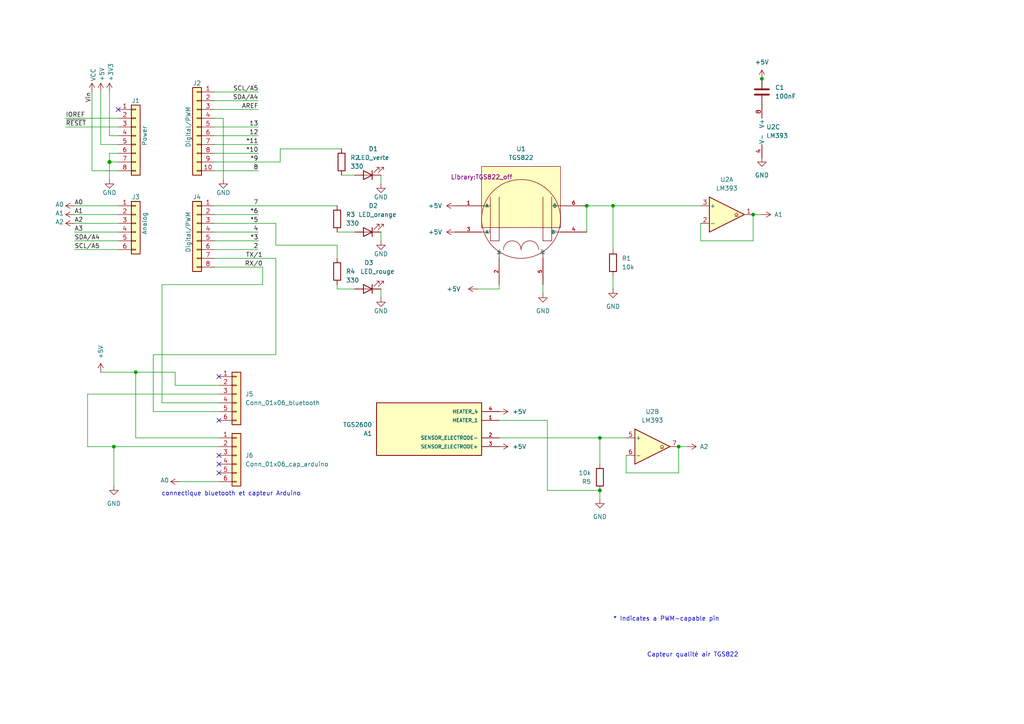
<source format=kicad_sch>
(kicad_sch
	(version 20231120)
	(generator "eeschema")
	(generator_version "8.0")
	(uuid "e63e39d7-6ac0-4ffd-8aa3-1841a4541b55")
	(paper "A4")
	(title_block
		(date "2024-10-04")
	)
	(lib_symbols
		(symbol "+5V_1"
			(power)
			(pin_numbers hide)
			(pin_names
				(offset 0) hide)
			(exclude_from_sim no)
			(in_bom yes)
			(on_board yes)
			(property "Reference" "#PWR"
				(at 0 -3.81 0)
				(effects
					(font
						(size 1.27 1.27)
					)
					(hide yes)
				)
			)
			(property "Value" "+5V"
				(at 0 3.556 0)
				(effects
					(font
						(size 1.27 1.27)
					)
				)
			)
			(property "Footprint" ""
				(at 0 0 0)
				(effects
					(font
						(size 1.27 1.27)
					)
					(hide yes)
				)
			)
			(property "Datasheet" ""
				(at 0 0 0)
				(effects
					(font
						(size 1.27 1.27)
					)
					(hide yes)
				)
			)
			(property "Description" "Power symbol creates a global label with name \"+5V\""
				(at 0 0 0)
				(effects
					(font
						(size 1.27 1.27)
					)
					(hide yes)
				)
			)
			(property "ki_keywords" "global power"
				(at 0 0 0)
				(effects
					(font
						(size 1.27 1.27)
					)
					(hide yes)
				)
			)
			(symbol "+5V_1_0_1"
				(polyline
					(pts
						(xy -0.762 1.27) (xy 0 2.54)
					)
					(stroke
						(width 0)
						(type default)
					)
					(fill
						(type none)
					)
				)
				(polyline
					(pts
						(xy 0 0) (xy 0 2.54)
					)
					(stroke
						(width 0)
						(type default)
					)
					(fill
						(type none)
					)
				)
				(polyline
					(pts
						(xy 0 2.54) (xy 0.762 1.27)
					)
					(stroke
						(width 0)
						(type default)
					)
					(fill
						(type none)
					)
				)
			)
			(symbol "+5V_1_1_1"
				(pin power_in line
					(at 0 0 90)
					(length 0)
					(name "~"
						(effects
							(font
								(size 1.27 1.27)
							)
						)
					)
					(number "1"
						(effects
							(font
								(size 1.27 1.27)
							)
						)
					)
				)
			)
		)
		(symbol "+5V_2"
			(power)
			(pin_numbers hide)
			(pin_names
				(offset 0) hide)
			(exclude_from_sim no)
			(in_bom yes)
			(on_board yes)
			(property "Reference" "#PWR"
				(at 0 -3.81 0)
				(effects
					(font
						(size 1.27 1.27)
					)
					(hide yes)
				)
			)
			(property "Value" "+5V"
				(at 0 3.556 0)
				(effects
					(font
						(size 1.27 1.27)
					)
				)
			)
			(property "Footprint" ""
				(at 0 0 0)
				(effects
					(font
						(size 1.27 1.27)
					)
					(hide yes)
				)
			)
			(property "Datasheet" ""
				(at 0 0 0)
				(effects
					(font
						(size 1.27 1.27)
					)
					(hide yes)
				)
			)
			(property "Description" "Power symbol creates a global label with name \"+5V\""
				(at 0 0 0)
				(effects
					(font
						(size 1.27 1.27)
					)
					(hide yes)
				)
			)
			(property "ki_keywords" "global power"
				(at 0 0 0)
				(effects
					(font
						(size 1.27 1.27)
					)
					(hide yes)
				)
			)
			(symbol "+5V_2_0_1"
				(polyline
					(pts
						(xy -0.762 1.27) (xy 0 2.54)
					)
					(stroke
						(width 0)
						(type default)
					)
					(fill
						(type none)
					)
				)
				(polyline
					(pts
						(xy 0 0) (xy 0 2.54)
					)
					(stroke
						(width 0)
						(type default)
					)
					(fill
						(type none)
					)
				)
				(polyline
					(pts
						(xy 0 2.54) (xy 0.762 1.27)
					)
					(stroke
						(width 0)
						(type default)
					)
					(fill
						(type none)
					)
				)
			)
			(symbol "+5V_2_1_1"
				(pin power_in line
					(at 0 0 90)
					(length 0)
					(name "~"
						(effects
							(font
								(size 1.27 1.27)
							)
						)
					)
					(number "1"
						(effects
							(font
								(size 1.27 1.27)
							)
						)
					)
				)
			)
		)
		(symbol "+5V_3"
			(power)
			(pin_numbers hide)
			(pin_names
				(offset 0) hide)
			(exclude_from_sim no)
			(in_bom yes)
			(on_board yes)
			(property "Reference" "#PWR"
				(at 0 -3.81 0)
				(effects
					(font
						(size 1.27 1.27)
					)
					(hide yes)
				)
			)
			(property "Value" "+5V"
				(at 0 3.556 0)
				(effects
					(font
						(size 1.27 1.27)
					)
				)
			)
			(property "Footprint" ""
				(at 0 0 0)
				(effects
					(font
						(size 1.27 1.27)
					)
					(hide yes)
				)
			)
			(property "Datasheet" ""
				(at 0 0 0)
				(effects
					(font
						(size 1.27 1.27)
					)
					(hide yes)
				)
			)
			(property "Description" "Power symbol creates a global label with name \"+5V\""
				(at 0 0 0)
				(effects
					(font
						(size 1.27 1.27)
					)
					(hide yes)
				)
			)
			(property "ki_keywords" "global power"
				(at 0 0 0)
				(effects
					(font
						(size 1.27 1.27)
					)
					(hide yes)
				)
			)
			(symbol "+5V_3_0_1"
				(polyline
					(pts
						(xy -0.762 1.27) (xy 0 2.54)
					)
					(stroke
						(width 0)
						(type default)
					)
					(fill
						(type none)
					)
				)
				(polyline
					(pts
						(xy 0 0) (xy 0 2.54)
					)
					(stroke
						(width 0)
						(type default)
					)
					(fill
						(type none)
					)
				)
				(polyline
					(pts
						(xy 0 2.54) (xy 0.762 1.27)
					)
					(stroke
						(width 0)
						(type default)
					)
					(fill
						(type none)
					)
				)
			)
			(symbol "+5V_3_1_1"
				(pin power_in line
					(at 0 0 90)
					(length 0)
					(name "~"
						(effects
							(font
								(size 1.27 1.27)
							)
						)
					)
					(number "1"
						(effects
							(font
								(size 1.27 1.27)
							)
						)
					)
				)
			)
		)
		(symbol "+5V_4"
			(power)
			(pin_numbers hide)
			(pin_names
				(offset 0) hide)
			(exclude_from_sim no)
			(in_bom yes)
			(on_board yes)
			(property "Reference" "#PWR"
				(at 0 -3.81 0)
				(effects
					(font
						(size 1.27 1.27)
					)
					(hide yes)
				)
			)
			(property "Value" "+5V"
				(at 0 3.556 0)
				(effects
					(font
						(size 1.27 1.27)
					)
				)
			)
			(property "Footprint" ""
				(at 0 0 0)
				(effects
					(font
						(size 1.27 1.27)
					)
					(hide yes)
				)
			)
			(property "Datasheet" ""
				(at 0 0 0)
				(effects
					(font
						(size 1.27 1.27)
					)
					(hide yes)
				)
			)
			(property "Description" "Power symbol creates a global label with name \"+5V\""
				(at 0 0 0)
				(effects
					(font
						(size 1.27 1.27)
					)
					(hide yes)
				)
			)
			(property "ki_keywords" "global power"
				(at 0 0 0)
				(effects
					(font
						(size 1.27 1.27)
					)
					(hide yes)
				)
			)
			(symbol "+5V_4_0_1"
				(polyline
					(pts
						(xy -0.762 1.27) (xy 0 2.54)
					)
					(stroke
						(width 0)
						(type default)
					)
					(fill
						(type none)
					)
				)
				(polyline
					(pts
						(xy 0 0) (xy 0 2.54)
					)
					(stroke
						(width 0)
						(type default)
					)
					(fill
						(type none)
					)
				)
				(polyline
					(pts
						(xy 0 2.54) (xy 0.762 1.27)
					)
					(stroke
						(width 0)
						(type default)
					)
					(fill
						(type none)
					)
				)
			)
			(symbol "+5V_4_1_1"
				(pin power_in line
					(at 0 0 90)
					(length 0)
					(name "~"
						(effects
							(font
								(size 1.27 1.27)
							)
						)
					)
					(number "1"
						(effects
							(font
								(size 1.27 1.27)
							)
						)
					)
				)
			)
		)
		(symbol "+5V_5"
			(power)
			(pin_numbers hide)
			(pin_names
				(offset 0) hide)
			(exclude_from_sim no)
			(in_bom yes)
			(on_board yes)
			(property "Reference" "#PWR"
				(at 0 -3.81 0)
				(effects
					(font
						(size 1.27 1.27)
					)
					(hide yes)
				)
			)
			(property "Value" "+5V"
				(at 0 3.556 0)
				(effects
					(font
						(size 1.27 1.27)
					)
				)
			)
			(property "Footprint" ""
				(at 0 0 0)
				(effects
					(font
						(size 1.27 1.27)
					)
					(hide yes)
				)
			)
			(property "Datasheet" ""
				(at 0 0 0)
				(effects
					(font
						(size 1.27 1.27)
					)
					(hide yes)
				)
			)
			(property "Description" "Power symbol creates a global label with name \"+5V\""
				(at 0 0 0)
				(effects
					(font
						(size 1.27 1.27)
					)
					(hide yes)
				)
			)
			(property "ki_keywords" "global power"
				(at 0 0 0)
				(effects
					(font
						(size 1.27 1.27)
					)
					(hide yes)
				)
			)
			(symbol "+5V_5_0_1"
				(polyline
					(pts
						(xy -0.762 1.27) (xy 0 2.54)
					)
					(stroke
						(width 0)
						(type default)
					)
					(fill
						(type none)
					)
				)
				(polyline
					(pts
						(xy 0 0) (xy 0 2.54)
					)
					(stroke
						(width 0)
						(type default)
					)
					(fill
						(type none)
					)
				)
				(polyline
					(pts
						(xy 0 2.54) (xy 0.762 1.27)
					)
					(stroke
						(width 0)
						(type default)
					)
					(fill
						(type none)
					)
				)
			)
			(symbol "+5V_5_1_1"
				(pin power_in line
					(at 0 0 90)
					(length 0)
					(name "~"
						(effects
							(font
								(size 1.27 1.27)
							)
						)
					)
					(number "1"
						(effects
							(font
								(size 1.27 1.27)
							)
						)
					)
				)
			)
		)
		(symbol "+5V_6"
			(power)
			(pin_numbers hide)
			(pin_names
				(offset 0) hide)
			(exclude_from_sim no)
			(in_bom yes)
			(on_board yes)
			(property "Reference" "#PWR"
				(at 0 -3.81 0)
				(effects
					(font
						(size 1.27 1.27)
					)
					(hide yes)
				)
			)
			(property "Value" "+5V"
				(at 0 3.556 0)
				(effects
					(font
						(size 1.27 1.27)
					)
				)
			)
			(property "Footprint" ""
				(at 0 0 0)
				(effects
					(font
						(size 1.27 1.27)
					)
					(hide yes)
				)
			)
			(property "Datasheet" ""
				(at 0 0 0)
				(effects
					(font
						(size 1.27 1.27)
					)
					(hide yes)
				)
			)
			(property "Description" "Power symbol creates a global label with name \"+5V\""
				(at 0 0 0)
				(effects
					(font
						(size 1.27 1.27)
					)
					(hide yes)
				)
			)
			(property "ki_keywords" "global power"
				(at 0 0 0)
				(effects
					(font
						(size 1.27 1.27)
					)
					(hide yes)
				)
			)
			(symbol "+5V_6_0_1"
				(polyline
					(pts
						(xy -0.762 1.27) (xy 0 2.54)
					)
					(stroke
						(width 0)
						(type default)
					)
					(fill
						(type none)
					)
				)
				(polyline
					(pts
						(xy 0 0) (xy 0 2.54)
					)
					(stroke
						(width 0)
						(type default)
					)
					(fill
						(type none)
					)
				)
				(polyline
					(pts
						(xy 0 2.54) (xy 0.762 1.27)
					)
					(stroke
						(width 0)
						(type default)
					)
					(fill
						(type none)
					)
				)
			)
			(symbol "+5V_6_1_1"
				(pin power_in line
					(at 0 0 90)
					(length 0)
					(name "~"
						(effects
							(font
								(size 1.27 1.27)
							)
						)
					)
					(number "1"
						(effects
							(font
								(size 1.27 1.27)
							)
						)
					)
				)
			)
		)
		(symbol "+5V_7"
			(power)
			(pin_numbers hide)
			(pin_names
				(offset 0) hide)
			(exclude_from_sim no)
			(in_bom yes)
			(on_board yes)
			(property "Reference" "#PWR"
				(at 0 -3.81 0)
				(effects
					(font
						(size 1.27 1.27)
					)
					(hide yes)
				)
			)
			(property "Value" "+5V"
				(at 0 3.556 0)
				(effects
					(font
						(size 1.27 1.27)
					)
				)
			)
			(property "Footprint" ""
				(at 0 0 0)
				(effects
					(font
						(size 1.27 1.27)
					)
					(hide yes)
				)
			)
			(property "Datasheet" ""
				(at 0 0 0)
				(effects
					(font
						(size 1.27 1.27)
					)
					(hide yes)
				)
			)
			(property "Description" "Power symbol creates a global label with name \"+5V\""
				(at 0 0 0)
				(effects
					(font
						(size 1.27 1.27)
					)
					(hide yes)
				)
			)
			(property "ki_keywords" "global power"
				(at 0 0 0)
				(effects
					(font
						(size 1.27 1.27)
					)
					(hide yes)
				)
			)
			(symbol "+5V_7_0_1"
				(polyline
					(pts
						(xy -0.762 1.27) (xy 0 2.54)
					)
					(stroke
						(width 0)
						(type default)
					)
					(fill
						(type none)
					)
				)
				(polyline
					(pts
						(xy 0 0) (xy 0 2.54)
					)
					(stroke
						(width 0)
						(type default)
					)
					(fill
						(type none)
					)
				)
				(polyline
					(pts
						(xy 0 2.54) (xy 0.762 1.27)
					)
					(stroke
						(width 0)
						(type default)
					)
					(fill
						(type none)
					)
				)
			)
			(symbol "+5V_7_1_1"
				(pin power_in line
					(at 0 0 90)
					(length 0)
					(name "~"
						(effects
							(font
								(size 1.27 1.27)
							)
						)
					)
					(number "1"
						(effects
							(font
								(size 1.27 1.27)
							)
						)
					)
				)
			)
		)
		(symbol "Comparator:LM393"
			(pin_names
				(offset 0.127)
			)
			(exclude_from_sim no)
			(in_bom yes)
			(on_board yes)
			(property "Reference" "U"
				(at 3.81 3.81 0)
				(effects
					(font
						(size 1.27 1.27)
					)
				)
			)
			(property "Value" "LM393"
				(at 6.35 -3.81 0)
				(effects
					(font
						(size 1.27 1.27)
					)
				)
			)
			(property "Footprint" ""
				(at 0 0 0)
				(effects
					(font
						(size 1.27 1.27)
					)
					(hide yes)
				)
			)
			(property "Datasheet" "http://www.ti.com/lit/ds/symlink/lm393.pdf"
				(at 0 0 0)
				(effects
					(font
						(size 1.27 1.27)
					)
					(hide yes)
				)
			)
			(property "Description" "Low-Power, Low-Offset Voltage, Dual Comparators, DIP-8/SOIC-8/TO-99-8"
				(at 0 0 0)
				(effects
					(font
						(size 1.27 1.27)
					)
					(hide yes)
				)
			)
			(property "ki_locked" ""
				(at 0 0 0)
				(effects
					(font
						(size 1.27 1.27)
					)
				)
			)
			(property "ki_keywords" "cmp open collector"
				(at 0 0 0)
				(effects
					(font
						(size 1.27 1.27)
					)
					(hide yes)
				)
			)
			(property "ki_fp_filters" "SOIC*3.9x4.9mm*P1.27mm* DIP*W7.62mm* SOP*5.28x5.23mm*P1.27mm* VSSOP*3x3mm*P0.65mm* TSSOP*4.4x3mm*P0.65mm*"
				(at 0 0 0)
				(effects
					(font
						(size 1.27 1.27)
					)
					(hide yes)
				)
			)
			(symbol "LM393_1_1"
				(polyline
					(pts
						(xy -5.08 5.08) (xy 5.08 0) (xy -5.08 -5.08) (xy -5.08 5.08)
					)
					(stroke
						(width 0.254)
						(type default)
					)
					(fill
						(type background)
					)
				)
				(polyline
					(pts
						(xy 3.302 -0.508) (xy 2.794 -0.508) (xy 3.302 0) (xy 2.794 0.508) (xy 2.286 0) (xy 2.794 -0.508)
						(xy 2.286 -0.508)
					)
					(stroke
						(width 0.127)
						(type default)
					)
					(fill
						(type none)
					)
				)
				(pin open_collector line
					(at 7.62 0 180)
					(length 2.54)
					(name "~"
						(effects
							(font
								(size 1.27 1.27)
							)
						)
					)
					(number "1"
						(effects
							(font
								(size 1.27 1.27)
							)
						)
					)
				)
				(pin input line
					(at -7.62 -2.54 0)
					(length 2.54)
					(name "-"
						(effects
							(font
								(size 1.27 1.27)
							)
						)
					)
					(number "2"
						(effects
							(font
								(size 1.27 1.27)
							)
						)
					)
				)
				(pin input line
					(at -7.62 2.54 0)
					(length 2.54)
					(name "+"
						(effects
							(font
								(size 1.27 1.27)
							)
						)
					)
					(number "3"
						(effects
							(font
								(size 1.27 1.27)
							)
						)
					)
				)
			)
			(symbol "LM393_2_1"
				(polyline
					(pts
						(xy -5.08 5.08) (xy 5.08 0) (xy -5.08 -5.08) (xy -5.08 5.08)
					)
					(stroke
						(width 0.254)
						(type default)
					)
					(fill
						(type background)
					)
				)
				(polyline
					(pts
						(xy 3.302 -0.508) (xy 2.794 -0.508) (xy 3.302 0) (xy 2.794 0.508) (xy 2.286 0) (xy 2.794 -0.508)
						(xy 2.286 -0.508)
					)
					(stroke
						(width 0.127)
						(type default)
					)
					(fill
						(type none)
					)
				)
				(pin input line
					(at -7.62 2.54 0)
					(length 2.54)
					(name "+"
						(effects
							(font
								(size 1.27 1.27)
							)
						)
					)
					(number "5"
						(effects
							(font
								(size 1.27 1.27)
							)
						)
					)
				)
				(pin input line
					(at -7.62 -2.54 0)
					(length 2.54)
					(name "-"
						(effects
							(font
								(size 1.27 1.27)
							)
						)
					)
					(number "6"
						(effects
							(font
								(size 1.27 1.27)
							)
						)
					)
				)
				(pin open_collector line
					(at 7.62 0 180)
					(length 2.54)
					(name "~"
						(effects
							(font
								(size 1.27 1.27)
							)
						)
					)
					(number "7"
						(effects
							(font
								(size 1.27 1.27)
							)
						)
					)
				)
			)
			(symbol "LM393_3_1"
				(pin power_in line
					(at -2.54 -7.62 90)
					(length 3.81)
					(name "V-"
						(effects
							(font
								(size 1.27 1.27)
							)
						)
					)
					(number "4"
						(effects
							(font
								(size 1.27 1.27)
							)
						)
					)
				)
				(pin power_in line
					(at -2.54 7.62 270)
					(length 3.81)
					(name "V+"
						(effects
							(font
								(size 1.27 1.27)
							)
						)
					)
					(number "8"
						(effects
							(font
								(size 1.27 1.27)
							)
						)
					)
				)
			)
		)
		(symbol "Connector_Generic:Conn_01x06"
			(pin_names
				(offset 1.016) hide)
			(exclude_from_sim no)
			(in_bom yes)
			(on_board yes)
			(property "Reference" "J"
				(at 0 7.62 0)
				(effects
					(font
						(size 1.27 1.27)
					)
				)
			)
			(property "Value" "Conn_01x06"
				(at 0 -10.16 0)
				(effects
					(font
						(size 1.27 1.27)
					)
				)
			)
			(property "Footprint" ""
				(at 0 0 0)
				(effects
					(font
						(size 1.27 1.27)
					)
					(hide yes)
				)
			)
			(property "Datasheet" "~"
				(at 0 0 0)
				(effects
					(font
						(size 1.27 1.27)
					)
					(hide yes)
				)
			)
			(property "Description" "Generic connector, single row, 01x06, script generated (kicad-library-utils/schlib/autogen/connector/)"
				(at 0 0 0)
				(effects
					(font
						(size 1.27 1.27)
					)
					(hide yes)
				)
			)
			(property "ki_keywords" "connector"
				(at 0 0 0)
				(effects
					(font
						(size 1.27 1.27)
					)
					(hide yes)
				)
			)
			(property "ki_fp_filters" "Connector*:*_1x??_*"
				(at 0 0 0)
				(effects
					(font
						(size 1.27 1.27)
					)
					(hide yes)
				)
			)
			(symbol "Conn_01x06_1_1"
				(rectangle
					(start -1.27 -7.493)
					(end 0 -7.747)
					(stroke
						(width 0.1524)
						(type default)
					)
					(fill
						(type none)
					)
				)
				(rectangle
					(start -1.27 -4.953)
					(end 0 -5.207)
					(stroke
						(width 0.1524)
						(type default)
					)
					(fill
						(type none)
					)
				)
				(rectangle
					(start -1.27 -2.413)
					(end 0 -2.667)
					(stroke
						(width 0.1524)
						(type default)
					)
					(fill
						(type none)
					)
				)
				(rectangle
					(start -1.27 0.127)
					(end 0 -0.127)
					(stroke
						(width 0.1524)
						(type default)
					)
					(fill
						(type none)
					)
				)
				(rectangle
					(start -1.27 2.667)
					(end 0 2.413)
					(stroke
						(width 0.1524)
						(type default)
					)
					(fill
						(type none)
					)
				)
				(rectangle
					(start -1.27 5.207)
					(end 0 4.953)
					(stroke
						(width 0.1524)
						(type default)
					)
					(fill
						(type none)
					)
				)
				(rectangle
					(start -1.27 6.35)
					(end 1.27 -8.89)
					(stroke
						(width 0.254)
						(type default)
					)
					(fill
						(type background)
					)
				)
				(pin passive line
					(at -5.08 5.08 0)
					(length 3.81)
					(name "Pin_1"
						(effects
							(font
								(size 1.27 1.27)
							)
						)
					)
					(number "1"
						(effects
							(font
								(size 1.27 1.27)
							)
						)
					)
				)
				(pin passive line
					(at -5.08 2.54 0)
					(length 3.81)
					(name "Pin_2"
						(effects
							(font
								(size 1.27 1.27)
							)
						)
					)
					(number "2"
						(effects
							(font
								(size 1.27 1.27)
							)
						)
					)
				)
				(pin passive line
					(at -5.08 0 0)
					(length 3.81)
					(name "Pin_3"
						(effects
							(font
								(size 1.27 1.27)
							)
						)
					)
					(number "3"
						(effects
							(font
								(size 1.27 1.27)
							)
						)
					)
				)
				(pin passive line
					(at -5.08 -2.54 0)
					(length 3.81)
					(name "Pin_4"
						(effects
							(font
								(size 1.27 1.27)
							)
						)
					)
					(number "4"
						(effects
							(font
								(size 1.27 1.27)
							)
						)
					)
				)
				(pin passive line
					(at -5.08 -5.08 0)
					(length 3.81)
					(name "Pin_5"
						(effects
							(font
								(size 1.27 1.27)
							)
						)
					)
					(number "5"
						(effects
							(font
								(size 1.27 1.27)
							)
						)
					)
				)
				(pin passive line
					(at -5.08 -7.62 0)
					(length 3.81)
					(name "Pin_6"
						(effects
							(font
								(size 1.27 1.27)
							)
						)
					)
					(number "6"
						(effects
							(font
								(size 1.27 1.27)
							)
						)
					)
				)
			)
		)
		(symbol "Connector_Generic:Conn_01x08"
			(pin_names
				(offset 1.016) hide)
			(exclude_from_sim no)
			(in_bom yes)
			(on_board yes)
			(property "Reference" "J"
				(at 0 10.16 0)
				(effects
					(font
						(size 1.27 1.27)
					)
				)
			)
			(property "Value" "Conn_01x08"
				(at 0 -12.7 0)
				(effects
					(font
						(size 1.27 1.27)
					)
				)
			)
			(property "Footprint" ""
				(at 0 0 0)
				(effects
					(font
						(size 1.27 1.27)
					)
					(hide yes)
				)
			)
			(property "Datasheet" "~"
				(at 0 0 0)
				(effects
					(font
						(size 1.27 1.27)
					)
					(hide yes)
				)
			)
			(property "Description" "Generic connector, single row, 01x08, script generated (kicad-library-utils/schlib/autogen/connector/)"
				(at 0 0 0)
				(effects
					(font
						(size 1.27 1.27)
					)
					(hide yes)
				)
			)
			(property "ki_keywords" "connector"
				(at 0 0 0)
				(effects
					(font
						(size 1.27 1.27)
					)
					(hide yes)
				)
			)
			(property "ki_fp_filters" "Connector*:*_1x??_*"
				(at 0 0 0)
				(effects
					(font
						(size 1.27 1.27)
					)
					(hide yes)
				)
			)
			(symbol "Conn_01x08_1_1"
				(rectangle
					(start -1.27 -10.033)
					(end 0 -10.287)
					(stroke
						(width 0.1524)
						(type default)
					)
					(fill
						(type none)
					)
				)
				(rectangle
					(start -1.27 -7.493)
					(end 0 -7.747)
					(stroke
						(width 0.1524)
						(type default)
					)
					(fill
						(type none)
					)
				)
				(rectangle
					(start -1.27 -4.953)
					(end 0 -5.207)
					(stroke
						(width 0.1524)
						(type default)
					)
					(fill
						(type none)
					)
				)
				(rectangle
					(start -1.27 -2.413)
					(end 0 -2.667)
					(stroke
						(width 0.1524)
						(type default)
					)
					(fill
						(type none)
					)
				)
				(rectangle
					(start -1.27 0.127)
					(end 0 -0.127)
					(stroke
						(width 0.1524)
						(type default)
					)
					(fill
						(type none)
					)
				)
				(rectangle
					(start -1.27 2.667)
					(end 0 2.413)
					(stroke
						(width 0.1524)
						(type default)
					)
					(fill
						(type none)
					)
				)
				(rectangle
					(start -1.27 5.207)
					(end 0 4.953)
					(stroke
						(width 0.1524)
						(type default)
					)
					(fill
						(type none)
					)
				)
				(rectangle
					(start -1.27 7.747)
					(end 0 7.493)
					(stroke
						(width 0.1524)
						(type default)
					)
					(fill
						(type none)
					)
				)
				(rectangle
					(start -1.27 8.89)
					(end 1.27 -11.43)
					(stroke
						(width 0.254)
						(type default)
					)
					(fill
						(type background)
					)
				)
				(pin passive line
					(at -5.08 7.62 0)
					(length 3.81)
					(name "Pin_1"
						(effects
							(font
								(size 1.27 1.27)
							)
						)
					)
					(number "1"
						(effects
							(font
								(size 1.27 1.27)
							)
						)
					)
				)
				(pin passive line
					(at -5.08 5.08 0)
					(length 3.81)
					(name "Pin_2"
						(effects
							(font
								(size 1.27 1.27)
							)
						)
					)
					(number "2"
						(effects
							(font
								(size 1.27 1.27)
							)
						)
					)
				)
				(pin passive line
					(at -5.08 2.54 0)
					(length 3.81)
					(name "Pin_3"
						(effects
							(font
								(size 1.27 1.27)
							)
						)
					)
					(number "3"
						(effects
							(font
								(size 1.27 1.27)
							)
						)
					)
				)
				(pin passive line
					(at -5.08 0 0)
					(length 3.81)
					(name "Pin_4"
						(effects
							(font
								(size 1.27 1.27)
							)
						)
					)
					(number "4"
						(effects
							(font
								(size 1.27 1.27)
							)
						)
					)
				)
				(pin passive line
					(at -5.08 -2.54 0)
					(length 3.81)
					(name "Pin_5"
						(effects
							(font
								(size 1.27 1.27)
							)
						)
					)
					(number "5"
						(effects
							(font
								(size 1.27 1.27)
							)
						)
					)
				)
				(pin passive line
					(at -5.08 -5.08 0)
					(length 3.81)
					(name "Pin_6"
						(effects
							(font
								(size 1.27 1.27)
							)
						)
					)
					(number "6"
						(effects
							(font
								(size 1.27 1.27)
							)
						)
					)
				)
				(pin passive line
					(at -5.08 -7.62 0)
					(length 3.81)
					(name "Pin_7"
						(effects
							(font
								(size 1.27 1.27)
							)
						)
					)
					(number "7"
						(effects
							(font
								(size 1.27 1.27)
							)
						)
					)
				)
				(pin passive line
					(at -5.08 -10.16 0)
					(length 3.81)
					(name "Pin_8"
						(effects
							(font
								(size 1.27 1.27)
							)
						)
					)
					(number "8"
						(effects
							(font
								(size 1.27 1.27)
							)
						)
					)
				)
			)
		)
		(symbol "Connector_Generic:Conn_01x10"
			(pin_names
				(offset 1.016) hide)
			(exclude_from_sim no)
			(in_bom yes)
			(on_board yes)
			(property "Reference" "J"
				(at 0 12.7 0)
				(effects
					(font
						(size 1.27 1.27)
					)
				)
			)
			(property "Value" "Conn_01x10"
				(at 0 -15.24 0)
				(effects
					(font
						(size 1.27 1.27)
					)
				)
			)
			(property "Footprint" ""
				(at 0 0 0)
				(effects
					(font
						(size 1.27 1.27)
					)
					(hide yes)
				)
			)
			(property "Datasheet" "~"
				(at 0 0 0)
				(effects
					(font
						(size 1.27 1.27)
					)
					(hide yes)
				)
			)
			(property "Description" "Generic connector, single row, 01x10, script generated (kicad-library-utils/schlib/autogen/connector/)"
				(at 0 0 0)
				(effects
					(font
						(size 1.27 1.27)
					)
					(hide yes)
				)
			)
			(property "ki_keywords" "connector"
				(at 0 0 0)
				(effects
					(font
						(size 1.27 1.27)
					)
					(hide yes)
				)
			)
			(property "ki_fp_filters" "Connector*:*_1x??_*"
				(at 0 0 0)
				(effects
					(font
						(size 1.27 1.27)
					)
					(hide yes)
				)
			)
			(symbol "Conn_01x10_1_1"
				(rectangle
					(start -1.27 -12.573)
					(end 0 -12.827)
					(stroke
						(width 0.1524)
						(type default)
					)
					(fill
						(type none)
					)
				)
				(rectangle
					(start -1.27 -10.033)
					(end 0 -10.287)
					(stroke
						(width 0.1524)
						(type default)
					)
					(fill
						(type none)
					)
				)
				(rectangle
					(start -1.27 -7.493)
					(end 0 -7.747)
					(stroke
						(width 0.1524)
						(type default)
					)
					(fill
						(type none)
					)
				)
				(rectangle
					(start -1.27 -4.953)
					(end 0 -5.207)
					(stroke
						(width 0.1524)
						(type default)
					)
					(fill
						(type none)
					)
				)
				(rectangle
					(start -1.27 -2.413)
					(end 0 -2.667)
					(stroke
						(width 0.1524)
						(type default)
					)
					(fill
						(type none)
					)
				)
				(rectangle
					(start -1.27 0.127)
					(end 0 -0.127)
					(stroke
						(width 0.1524)
						(type default)
					)
					(fill
						(type none)
					)
				)
				(rectangle
					(start -1.27 2.667)
					(end 0 2.413)
					(stroke
						(width 0.1524)
						(type default)
					)
					(fill
						(type none)
					)
				)
				(rectangle
					(start -1.27 5.207)
					(end 0 4.953)
					(stroke
						(width 0.1524)
						(type default)
					)
					(fill
						(type none)
					)
				)
				(rectangle
					(start -1.27 7.747)
					(end 0 7.493)
					(stroke
						(width 0.1524)
						(type default)
					)
					(fill
						(type none)
					)
				)
				(rectangle
					(start -1.27 10.287)
					(end 0 10.033)
					(stroke
						(width 0.1524)
						(type default)
					)
					(fill
						(type none)
					)
				)
				(rectangle
					(start -1.27 11.43)
					(end 1.27 -13.97)
					(stroke
						(width 0.254)
						(type default)
					)
					(fill
						(type background)
					)
				)
				(pin passive line
					(at -5.08 10.16 0)
					(length 3.81)
					(name "Pin_1"
						(effects
							(font
								(size 1.27 1.27)
							)
						)
					)
					(number "1"
						(effects
							(font
								(size 1.27 1.27)
							)
						)
					)
				)
				(pin passive line
					(at -5.08 -12.7 0)
					(length 3.81)
					(name "Pin_10"
						(effects
							(font
								(size 1.27 1.27)
							)
						)
					)
					(number "10"
						(effects
							(font
								(size 1.27 1.27)
							)
						)
					)
				)
				(pin passive line
					(at -5.08 7.62 0)
					(length 3.81)
					(name "Pin_2"
						(effects
							(font
								(size 1.27 1.27)
							)
						)
					)
					(number "2"
						(effects
							(font
								(size 1.27 1.27)
							)
						)
					)
				)
				(pin passive line
					(at -5.08 5.08 0)
					(length 3.81)
					(name "Pin_3"
						(effects
							(font
								(size 1.27 1.27)
							)
						)
					)
					(number "3"
						(effects
							(font
								(size 1.27 1.27)
							)
						)
					)
				)
				(pin passive line
					(at -5.08 2.54 0)
					(length 3.81)
					(name "Pin_4"
						(effects
							(font
								(size 1.27 1.27)
							)
						)
					)
					(number "4"
						(effects
							(font
								(size 1.27 1.27)
							)
						)
					)
				)
				(pin passive line
					(at -5.08 0 0)
					(length 3.81)
					(name "Pin_5"
						(effects
							(font
								(size 1.27 1.27)
							)
						)
					)
					(number "5"
						(effects
							(font
								(size 1.27 1.27)
							)
						)
					)
				)
				(pin passive line
					(at -5.08 -2.54 0)
					(length 3.81)
					(name "Pin_6"
						(effects
							(font
								(size 1.27 1.27)
							)
						)
					)
					(number "6"
						(effects
							(font
								(size 1.27 1.27)
							)
						)
					)
				)
				(pin passive line
					(at -5.08 -5.08 0)
					(length 3.81)
					(name "Pin_7"
						(effects
							(font
								(size 1.27 1.27)
							)
						)
					)
					(number "7"
						(effects
							(font
								(size 1.27 1.27)
							)
						)
					)
				)
				(pin passive line
					(at -5.08 -7.62 0)
					(length 3.81)
					(name "Pin_8"
						(effects
							(font
								(size 1.27 1.27)
							)
						)
					)
					(number "8"
						(effects
							(font
								(size 1.27 1.27)
							)
						)
					)
				)
				(pin passive line
					(at -5.08 -10.16 0)
					(length 3.81)
					(name "Pin_9"
						(effects
							(font
								(size 1.27 1.27)
							)
						)
					)
					(number "9"
						(effects
							(font
								(size 1.27 1.27)
							)
						)
					)
				)
			)
		)
		(symbol "Device:C"
			(pin_numbers hide)
			(pin_names
				(offset 0.254)
			)
			(exclude_from_sim no)
			(in_bom yes)
			(on_board yes)
			(property "Reference" "C"
				(at 0.635 2.54 0)
				(effects
					(font
						(size 1.27 1.27)
					)
					(justify left)
				)
			)
			(property "Value" "C"
				(at 0.635 -2.54 0)
				(effects
					(font
						(size 1.27 1.27)
					)
					(justify left)
				)
			)
			(property "Footprint" ""
				(at 0.9652 -3.81 0)
				(effects
					(font
						(size 1.27 1.27)
					)
					(hide yes)
				)
			)
			(property "Datasheet" "~"
				(at 0 0 0)
				(effects
					(font
						(size 1.27 1.27)
					)
					(hide yes)
				)
			)
			(property "Description" "Unpolarized capacitor"
				(at 0 0 0)
				(effects
					(font
						(size 1.27 1.27)
					)
					(hide yes)
				)
			)
			(property "ki_keywords" "cap capacitor"
				(at 0 0 0)
				(effects
					(font
						(size 1.27 1.27)
					)
					(hide yes)
				)
			)
			(property "ki_fp_filters" "C_*"
				(at 0 0 0)
				(effects
					(font
						(size 1.27 1.27)
					)
					(hide yes)
				)
			)
			(symbol "C_0_1"
				(polyline
					(pts
						(xy -2.032 -0.762) (xy 2.032 -0.762)
					)
					(stroke
						(width 0.508)
						(type default)
					)
					(fill
						(type none)
					)
				)
				(polyline
					(pts
						(xy -2.032 0.762) (xy 2.032 0.762)
					)
					(stroke
						(width 0.508)
						(type default)
					)
					(fill
						(type none)
					)
				)
			)
			(symbol "C_1_1"
				(pin passive line
					(at 0 3.81 270)
					(length 2.794)
					(name "~"
						(effects
							(font
								(size 1.27 1.27)
							)
						)
					)
					(number "1"
						(effects
							(font
								(size 1.27 1.27)
							)
						)
					)
				)
				(pin passive line
					(at 0 -3.81 90)
					(length 2.794)
					(name "~"
						(effects
							(font
								(size 1.27 1.27)
							)
						)
					)
					(number "2"
						(effects
							(font
								(size 1.27 1.27)
							)
						)
					)
				)
			)
		)
		(symbol "Device:LED"
			(pin_numbers hide)
			(pin_names
				(offset 1.016) hide)
			(exclude_from_sim no)
			(in_bom yes)
			(on_board yes)
			(property "Reference" "D"
				(at 0 2.54 0)
				(effects
					(font
						(size 1.27 1.27)
					)
				)
			)
			(property "Value" "LED"
				(at 0 -2.54 0)
				(effects
					(font
						(size 1.27 1.27)
					)
				)
			)
			(property "Footprint" ""
				(at 0 0 0)
				(effects
					(font
						(size 1.27 1.27)
					)
					(hide yes)
				)
			)
			(property "Datasheet" "~"
				(at 0 0 0)
				(effects
					(font
						(size 1.27 1.27)
					)
					(hide yes)
				)
			)
			(property "Description" "Light emitting diode"
				(at 0 0 0)
				(effects
					(font
						(size 1.27 1.27)
					)
					(hide yes)
				)
			)
			(property "ki_keywords" "LED diode"
				(at 0 0 0)
				(effects
					(font
						(size 1.27 1.27)
					)
					(hide yes)
				)
			)
			(property "ki_fp_filters" "LED* LED_SMD:* LED_THT:*"
				(at 0 0 0)
				(effects
					(font
						(size 1.27 1.27)
					)
					(hide yes)
				)
			)
			(symbol "LED_0_1"
				(polyline
					(pts
						(xy -1.27 -1.27) (xy -1.27 1.27)
					)
					(stroke
						(width 0.254)
						(type default)
					)
					(fill
						(type none)
					)
				)
				(polyline
					(pts
						(xy -1.27 0) (xy 1.27 0)
					)
					(stroke
						(width 0)
						(type default)
					)
					(fill
						(type none)
					)
				)
				(polyline
					(pts
						(xy 1.27 -1.27) (xy 1.27 1.27) (xy -1.27 0) (xy 1.27 -1.27)
					)
					(stroke
						(width 0.254)
						(type default)
					)
					(fill
						(type none)
					)
				)
				(polyline
					(pts
						(xy -3.048 -0.762) (xy -4.572 -2.286) (xy -3.81 -2.286) (xy -4.572 -2.286) (xy -4.572 -1.524)
					)
					(stroke
						(width 0)
						(type default)
					)
					(fill
						(type none)
					)
				)
				(polyline
					(pts
						(xy -1.778 -0.762) (xy -3.302 -2.286) (xy -2.54 -2.286) (xy -3.302 -2.286) (xy -3.302 -1.524)
					)
					(stroke
						(width 0)
						(type default)
					)
					(fill
						(type none)
					)
				)
			)
			(symbol "LED_1_1"
				(pin passive line
					(at -3.81 0 0)
					(length 2.54)
					(name "K"
						(effects
							(font
								(size 1.27 1.27)
							)
						)
					)
					(number "1"
						(effects
							(font
								(size 1.27 1.27)
							)
						)
					)
				)
				(pin passive line
					(at 3.81 0 180)
					(length 2.54)
					(name "A"
						(effects
							(font
								(size 1.27 1.27)
							)
						)
					)
					(number "2"
						(effects
							(font
								(size 1.27 1.27)
							)
						)
					)
				)
			)
		)
		(symbol "Device:R"
			(pin_numbers hide)
			(pin_names
				(offset 0)
			)
			(exclude_from_sim no)
			(in_bom yes)
			(on_board yes)
			(property "Reference" "R"
				(at 2.032 0 90)
				(effects
					(font
						(size 1.27 1.27)
					)
				)
			)
			(property "Value" "R"
				(at 0 0 90)
				(effects
					(font
						(size 1.27 1.27)
					)
				)
			)
			(property "Footprint" ""
				(at -1.778 0 90)
				(effects
					(font
						(size 1.27 1.27)
					)
					(hide yes)
				)
			)
			(property "Datasheet" "~"
				(at 0 0 0)
				(effects
					(font
						(size 1.27 1.27)
					)
					(hide yes)
				)
			)
			(property "Description" "Resistor"
				(at 0 0 0)
				(effects
					(font
						(size 1.27 1.27)
					)
					(hide yes)
				)
			)
			(property "ki_keywords" "R res resistor"
				(at 0 0 0)
				(effects
					(font
						(size 1.27 1.27)
					)
					(hide yes)
				)
			)
			(property "ki_fp_filters" "R_*"
				(at 0 0 0)
				(effects
					(font
						(size 1.27 1.27)
					)
					(hide yes)
				)
			)
			(symbol "R_0_1"
				(rectangle
					(start -1.016 -2.54)
					(end 1.016 2.54)
					(stroke
						(width 0.254)
						(type default)
					)
					(fill
						(type none)
					)
				)
			)
			(symbol "R_1_1"
				(pin passive line
					(at 0 3.81 270)
					(length 1.27)
					(name "~"
						(effects
							(font
								(size 1.27 1.27)
							)
						)
					)
					(number "1"
						(effects
							(font
								(size 1.27 1.27)
							)
						)
					)
				)
				(pin passive line
					(at 0 -3.81 90)
					(length 1.27)
					(name "~"
						(effects
							(font
								(size 1.27 1.27)
							)
						)
					)
					(number "2"
						(effects
							(font
								(size 1.27 1.27)
							)
						)
					)
				)
			)
		)
		(symbol "GND_1"
			(power)
			(pin_numbers hide)
			(pin_names
				(offset 0) hide)
			(exclude_from_sim no)
			(in_bom yes)
			(on_board yes)
			(property "Reference" "#PWR"
				(at 0 -6.35 0)
				(effects
					(font
						(size 1.27 1.27)
					)
					(hide yes)
				)
			)
			(property "Value" "GND"
				(at 0 -3.81 0)
				(effects
					(font
						(size 1.27 1.27)
					)
				)
			)
			(property "Footprint" ""
				(at 0 0 0)
				(effects
					(font
						(size 1.27 1.27)
					)
					(hide yes)
				)
			)
			(property "Datasheet" ""
				(at 0 0 0)
				(effects
					(font
						(size 1.27 1.27)
					)
					(hide yes)
				)
			)
			(property "Description" "Power symbol creates a global label with name \"GND\" , ground"
				(at 0 0 0)
				(effects
					(font
						(size 1.27 1.27)
					)
					(hide yes)
				)
			)
			(property "ki_keywords" "global power"
				(at 0 0 0)
				(effects
					(font
						(size 1.27 1.27)
					)
					(hide yes)
				)
			)
			(symbol "GND_1_0_1"
				(polyline
					(pts
						(xy 0 0) (xy 0 -1.27) (xy 1.27 -1.27) (xy 0 -2.54) (xy -1.27 -1.27) (xy 0 -1.27)
					)
					(stroke
						(width 0)
						(type default)
					)
					(fill
						(type none)
					)
				)
			)
			(symbol "GND_1_1_1"
				(pin power_in line
					(at 0 0 270)
					(length 0)
					(name "~"
						(effects
							(font
								(size 1.27 1.27)
							)
						)
					)
					(number "1"
						(effects
							(font
								(size 1.27 1.27)
							)
						)
					)
				)
			)
		)
		(symbol "GND_2"
			(power)
			(pin_numbers hide)
			(pin_names
				(offset 0) hide)
			(exclude_from_sim no)
			(in_bom yes)
			(on_board yes)
			(property "Reference" "#PWR"
				(at 0 -6.35 0)
				(effects
					(font
						(size 1.27 1.27)
					)
					(hide yes)
				)
			)
			(property "Value" "GND"
				(at 0 -3.81 0)
				(effects
					(font
						(size 1.27 1.27)
					)
				)
			)
			(property "Footprint" ""
				(at 0 0 0)
				(effects
					(font
						(size 1.27 1.27)
					)
					(hide yes)
				)
			)
			(property "Datasheet" ""
				(at 0 0 0)
				(effects
					(font
						(size 1.27 1.27)
					)
					(hide yes)
				)
			)
			(property "Description" "Power symbol creates a global label with name \"GND\" , ground"
				(at 0 0 0)
				(effects
					(font
						(size 1.27 1.27)
					)
					(hide yes)
				)
			)
			(property "ki_keywords" "global power"
				(at 0 0 0)
				(effects
					(font
						(size 1.27 1.27)
					)
					(hide yes)
				)
			)
			(symbol "GND_2_0_1"
				(polyline
					(pts
						(xy 0 0) (xy 0 -1.27) (xy 1.27 -1.27) (xy 0 -2.54) (xy -1.27 -1.27) (xy 0 -1.27)
					)
					(stroke
						(width 0)
						(type default)
					)
					(fill
						(type none)
					)
				)
			)
			(symbol "GND_2_1_1"
				(pin power_in line
					(at 0 0 270)
					(length 0)
					(name "~"
						(effects
							(font
								(size 1.27 1.27)
							)
						)
					)
					(number "1"
						(effects
							(font
								(size 1.27 1.27)
							)
						)
					)
				)
			)
		)
		(symbol "GND_3"
			(power)
			(pin_numbers hide)
			(pin_names
				(offset 0) hide)
			(exclude_from_sim no)
			(in_bom yes)
			(on_board yes)
			(property "Reference" "#PWR"
				(at 0 -6.35 0)
				(effects
					(font
						(size 1.27 1.27)
					)
					(hide yes)
				)
			)
			(property "Value" "GND"
				(at 0 -3.81 0)
				(effects
					(font
						(size 1.27 1.27)
					)
				)
			)
			(property "Footprint" ""
				(at 0 0 0)
				(effects
					(font
						(size 1.27 1.27)
					)
					(hide yes)
				)
			)
			(property "Datasheet" ""
				(at 0 0 0)
				(effects
					(font
						(size 1.27 1.27)
					)
					(hide yes)
				)
			)
			(property "Description" "Power symbol creates a global label with name \"GND\" , ground"
				(at 0 0 0)
				(effects
					(font
						(size 1.27 1.27)
					)
					(hide yes)
				)
			)
			(property "ki_keywords" "global power"
				(at 0 0 0)
				(effects
					(font
						(size 1.27 1.27)
					)
					(hide yes)
				)
			)
			(symbol "GND_3_0_1"
				(polyline
					(pts
						(xy 0 0) (xy 0 -1.27) (xy 1.27 -1.27) (xy 0 -2.54) (xy -1.27 -1.27) (xy 0 -1.27)
					)
					(stroke
						(width 0)
						(type default)
					)
					(fill
						(type none)
					)
				)
			)
			(symbol "GND_3_1_1"
				(pin power_in line
					(at 0 0 270)
					(length 0)
					(name "~"
						(effects
							(font
								(size 1.27 1.27)
							)
						)
					)
					(number "1"
						(effects
							(font
								(size 1.27 1.27)
							)
						)
					)
				)
			)
		)
		(symbol "GND_5"
			(power)
			(pin_numbers hide)
			(pin_names
				(offset 0) hide)
			(exclude_from_sim no)
			(in_bom yes)
			(on_board yes)
			(property "Reference" "#PWR"
				(at 0 -6.35 0)
				(effects
					(font
						(size 1.27 1.27)
					)
					(hide yes)
				)
			)
			(property "Value" "GND"
				(at 0 -3.81 0)
				(effects
					(font
						(size 1.27 1.27)
					)
				)
			)
			(property "Footprint" ""
				(at 0 0 0)
				(effects
					(font
						(size 1.27 1.27)
					)
					(hide yes)
				)
			)
			(property "Datasheet" ""
				(at 0 0 0)
				(effects
					(font
						(size 1.27 1.27)
					)
					(hide yes)
				)
			)
			(property "Description" "Power symbol creates a global label with name \"GND\" , ground"
				(at 0 0 0)
				(effects
					(font
						(size 1.27 1.27)
					)
					(hide yes)
				)
			)
			(property "ki_keywords" "global power"
				(at 0 0 0)
				(effects
					(font
						(size 1.27 1.27)
					)
					(hide yes)
				)
			)
			(symbol "GND_5_0_1"
				(polyline
					(pts
						(xy 0 0) (xy 0 -1.27) (xy 1.27 -1.27) (xy 0 -2.54) (xy -1.27 -1.27) (xy 0 -1.27)
					)
					(stroke
						(width 0)
						(type default)
					)
					(fill
						(type none)
					)
				)
			)
			(symbol "GND_5_1_1"
				(pin power_in line
					(at 0 0 270)
					(length 0)
					(name "~"
						(effects
							(font
								(size 1.27 1.27)
							)
						)
					)
					(number "1"
						(effects
							(font
								(size 1.27 1.27)
							)
						)
					)
				)
			)
		)
		(symbol "TGS2600:TGS2600"
			(pin_names
				(offset 1.016)
			)
			(exclude_from_sim no)
			(in_bom yes)
			(on_board yes)
			(property "Reference" "A"
				(at -15.24 8.382 0)
				(effects
					(font
						(size 1.27 1.27)
					)
					(justify left bottom)
				)
			)
			(property "Value" "TGS2600"
				(at -15.24 -10.16 0)
				(effects
					(font
						(size 1.27 1.27)
					)
					(justify left bottom)
				)
			)
			(property "Footprint" "TGS2600:TO255P920H830-4"
				(at 0 0 0)
				(effects
					(font
						(size 1.27 1.27)
					)
					(justify bottom)
					(hide yes)
				)
			)
			(property "Datasheet" ""
				(at 0 0 0)
				(effects
					(font
						(size 1.27 1.27)
					)
					(hide yes)
				)
			)
			(property "Description" ""
				(at 0 0 0)
				(effects
					(font
						(size 1.27 1.27)
					)
					(hide yes)
				)
			)
			(property "MF" "Figaro"
				(at 0 0 0)
				(effects
					(font
						(size 1.27 1.27)
					)
					(justify bottom)
					(hide yes)
				)
			)
			(property "MAXIMUM_PACKAGE_HEIGHT" "8.3mm"
				(at 0 0 0)
				(effects
					(font
						(size 1.27 1.27)
					)
					(justify bottom)
					(hide yes)
				)
			)
			(property "Package" "None"
				(at 0 0 0)
				(effects
					(font
						(size 1.27 1.27)
					)
					(justify bottom)
					(hide yes)
				)
			)
			(property "Price" "None"
				(at 0 0 0)
				(effects
					(font
						(size 1.27 1.27)
					)
					(justify bottom)
					(hide yes)
				)
			)
			(property "Check_prices" "https://www.snapeda.com/parts/TGS2600/Figaro/view-part/?ref=eda"
				(at 0 0 0)
				(effects
					(font
						(size 1.27 1.27)
					)
					(justify bottom)
					(hide yes)
				)
			)
			(property "STANDARD" "IPC-7351B"
				(at 0 0 0)
				(effects
					(font
						(size 1.27 1.27)
					)
					(justify bottom)
					(hide yes)
				)
			)
			(property "PARTREV" "03/22"
				(at 0 0 0)
				(effects
					(font
						(size 1.27 1.27)
					)
					(justify bottom)
					(hide yes)
				)
			)
			(property "SnapEDA_Link" "https://www.snapeda.com/parts/TGS2600/Figaro/view-part/?ref=snap"
				(at 0 0 0)
				(effects
					(font
						(size 1.27 1.27)
					)
					(justify bottom)
					(hide yes)
				)
			)
			(property "MP" "TGS2600"
				(at 0 0 0)
				(effects
					(font
						(size 1.27 1.27)
					)
					(justify bottom)
					(hide yes)
				)
			)
			(property "Description_1" "\nGas sensor [Figaro] TGS2600 Gas sensor\n"
				(at 0 0 0)
				(effects
					(font
						(size 1.27 1.27)
					)
					(justify bottom)
					(hide yes)
				)
			)
			(property "MANUFACTURER" "Figaro"
				(at 0 0 0)
				(effects
					(font
						(size 1.27 1.27)
					)
					(justify bottom)
					(hide yes)
				)
			)
			(property "Availability" "In Stock"
				(at 0 0 0)
				(effects
					(font
						(size 1.27 1.27)
					)
					(justify bottom)
					(hide yes)
				)
			)
			(property "SNAPEDA_PN" "TGS2600"
				(at 0 0 0)
				(effects
					(font
						(size 1.27 1.27)
					)
					(justify bottom)
					(hide yes)
				)
			)
			(symbol "TGS2600_0_0"
				(rectangle
					(start -15.24 -7.62)
					(end 15.24 7.62)
					(stroke
						(width 0.254)
						(type default)
					)
					(fill
						(type background)
					)
				)
				(pin passive line
					(at -20.32 -2.54 0)
					(length 5.08)
					(name "HEATER_1"
						(effects
							(font
								(size 1.016 1.016)
							)
						)
					)
					(number "1"
						(effects
							(font
								(size 1.016 1.016)
							)
						)
					)
				)
				(pin passive line
					(at -20.32 2.54 0)
					(length 5.08)
					(name "SENSOR_ELECTRODE-"
						(effects
							(font
								(size 1.016 1.016)
							)
						)
					)
					(number "2"
						(effects
							(font
								(size 1.016 1.016)
							)
						)
					)
				)
				(pin passive line
					(at -20.32 5.08 0)
					(length 5.08)
					(name "SENSOR_ELECTRODE+"
						(effects
							(font
								(size 1.016 1.016)
							)
						)
					)
					(number "3"
						(effects
							(font
								(size 1.016 1.016)
							)
						)
					)
				)
				(pin passive line
					(at -20.32 -5.08 0)
					(length 5.08)
					(name "HEATER_4"
						(effects
							(font
								(size 1.016 1.016)
							)
						)
					)
					(number "4"
						(effects
							(font
								(size 1.016 1.016)
							)
						)
					)
				)
			)
		)
		(symbol "TGS822:TGS822"
			(pin_names
				(offset 1.016)
			)
			(exclude_from_sim no)
			(in_bom yes)
			(on_board yes)
			(property "Reference" "U"
				(at 0 0 0)
				(effects
					(font
						(size 1.27 1.27)
					)
					(justify bottom)
				)
			)
			(property "Value" "TGS822"
				(at 0 0 0)
				(effects
					(font
						(size 1.27 1.27)
					)
					(justify bottom)
				)
			)
			(property "Footprint" "TGS822:TGS822"
				(at 0 0 0)
				(effects
					(font
						(size 1.27 1.27)
					)
					(justify bottom)
					(hide yes)
				)
			)
			(property "Datasheet" ""
				(at 0 0 0)
				(effects
					(font
						(size 1.27 1.27)
					)
					(hide yes)
				)
			)
			(property "Description" ""
				(at 0 0 0)
				(effects
					(font
						(size 1.27 1.27)
					)
					(hide yes)
				)
			)
			(property "MF" "Figaro"
				(at 0 0 0)
				(effects
					(font
						(size 1.27 1.27)
					)
					(justify bottom)
					(hide yes)
				)
			)
			(property "Description_1" "\nAlcohol, Organic gases sensor\n"
				(at 0 0 0)
				(effects
					(font
						(size 1.27 1.27)
					)
					(justify bottom)
					(hide yes)
				)
			)
			(property "Package" "None"
				(at 0 0 0)
				(effects
					(font
						(size 1.27 1.27)
					)
					(justify bottom)
					(hide yes)
				)
			)
			(property "Price" "None"
				(at 0 0 0)
				(effects
					(font
						(size 1.27 1.27)
					)
					(justify bottom)
					(hide yes)
				)
			)
			(property "SnapEDA_Link" "https://www.snapeda.com/parts/TGS822/Figaro/view-part/?ref=snap"
				(at 0 0 0)
				(effects
					(font
						(size 1.27 1.27)
					)
					(justify bottom)
					(hide yes)
				)
			)
			(property "MP" "TGS822"
				(at 0 0 0)
				(effects
					(font
						(size 1.27 1.27)
					)
					(justify bottom)
					(hide yes)
				)
			)
			(property "Availability" "In Stock"
				(at 0 0 0)
				(effects
					(font
						(size 1.27 1.27)
					)
					(justify bottom)
					(hide yes)
				)
			)
			(property "Check_prices" "https://www.snapeda.com/parts/TGS822/Figaro/view-part/?ref=eda"
				(at 0 0 0)
				(effects
					(font
						(size 1.27 1.27)
					)
					(justify bottom)
					(hide yes)
				)
			)
			(symbol "TGS822_0_0"
				(rectangle
					(start 0 -13.97)
					(end 22.86 3.81)
					(stroke
						(width 0.1524)
						(type default)
					)
					(fill
						(type background)
					)
				)
				(polyline
					(pts
						(xy 2.54 -17.78) (xy 2.54 -5.08)
					)
					(stroke
						(width 0.1524)
						(type default)
					)
					(fill
						(type none)
					)
				)
				(polyline
					(pts
						(xy 2.54 -15.24) (xy 0 -15.24)
					)
					(stroke
						(width 0.1524)
						(type default)
					)
					(fill
						(type none)
					)
				)
				(polyline
					(pts
						(xy 2.54 -7.62) (xy 0 -7.62)
					)
					(stroke
						(width 0.1524)
						(type default)
					)
					(fill
						(type none)
					)
				)
				(polyline
					(pts
						(xy 5.08 -20.32) (xy 5.08 -22.86)
					)
					(stroke
						(width 0.1524)
						(type default)
					)
					(fill
						(type none)
					)
				)
				(polyline
					(pts
						(xy 5.08 -17.78) (xy 2.54 -17.78)
					)
					(stroke
						(width 0.1524)
						(type default)
					)
					(fill
						(type none)
					)
				)
				(polyline
					(pts
						(xy 5.08 -5.08) (xy 5.08 -17.78)
					)
					(stroke
						(width 0.1524)
						(type default)
					)
					(fill
						(type none)
					)
				)
				(polyline
					(pts
						(xy 17.78 -20.32) (xy 17.78 -22.86)
					)
					(stroke
						(width 0.1524)
						(type default)
					)
					(fill
						(type none)
					)
				)
				(polyline
					(pts
						(xy 17.78 -17.78) (xy 17.78 -5.08)
					)
					(stroke
						(width 0.1524)
						(type default)
					)
					(fill
						(type none)
					)
				)
				(polyline
					(pts
						(xy 20.32 -17.78) (xy 17.78 -17.78)
					)
					(stroke
						(width 0.1524)
						(type default)
					)
					(fill
						(type none)
					)
				)
				(polyline
					(pts
						(xy 20.32 -15.24) (xy 22.86 -15.24)
					)
					(stroke
						(width 0.1524)
						(type default)
					)
					(fill
						(type none)
					)
				)
				(polyline
					(pts
						(xy 20.32 -7.62) (xy 22.86 -7.62)
					)
					(stroke
						(width 0.1524)
						(type default)
					)
					(fill
						(type none)
					)
				)
				(polyline
					(pts
						(xy 20.32 -5.08) (xy 20.32 -17.78)
					)
					(stroke
						(width 0.1524)
						(type default)
					)
					(fill
						(type none)
					)
				)
				(arc
					(start 11.43 -20.32)
					(mid 8.89 -17.791)
					(end 6.35 -20.32)
					(stroke
						(width 0.1524)
						(type default)
					)
					(fill
						(type none)
					)
				)
				(circle
					(center 11.43 -11.43)
					(radius 11.43)
					(stroke
						(width 0.1524)
						(type default)
					)
					(fill
						(type none)
					)
				)
				(arc
					(start 16.51 -20.32)
					(mid 13.97 -17.791)
					(end 11.43 -20.32)
					(stroke
						(width 0.1524)
						(type default)
					)
					(fill
						(type none)
					)
				)
				(pin passive line
					(at -7.62 -7.62 0)
					(length 7.62)
					(name "A"
						(effects
							(font
								(size 1.016 1.016)
							)
						)
					)
					(number "1"
						(effects
							(font
								(size 1.016 1.016)
							)
						)
					)
				)
				(pin passive line
					(at 5.08 -30.48 90)
					(length 7.62)
					(name "H"
						(effects
							(font
								(size 1.016 1.016)
							)
						)
					)
					(number "2"
						(effects
							(font
								(size 1.016 1.016)
							)
						)
					)
				)
				(pin passive line
					(at -7.62 -15.24 0)
					(length 7.62)
					(name "A'"
						(effects
							(font
								(size 1.016 1.016)
							)
						)
					)
					(number "3"
						(effects
							(font
								(size 1.016 1.016)
							)
						)
					)
				)
				(pin passive line
					(at 30.48 -15.24 180)
					(length 7.62)
					(name "B'"
						(effects
							(font
								(size 1.016 1.016)
							)
						)
					)
					(number "4"
						(effects
							(font
								(size 1.016 1.016)
							)
						)
					)
				)
				(pin passive line
					(at 17.78 -30.48 90)
					(length 7.62)
					(name "H'"
						(effects
							(font
								(size 1.016 1.016)
							)
						)
					)
					(number "5"
						(effects
							(font
								(size 1.016 1.016)
							)
						)
					)
				)
				(pin passive line
					(at 30.48 -7.62 180)
					(length 7.62)
					(name "B"
						(effects
							(font
								(size 1.016 1.016)
							)
						)
					)
					(number "6"
						(effects
							(font
								(size 1.016 1.016)
							)
						)
					)
				)
			)
		)
		(symbol "power:+3V3"
			(power)
			(pin_names
				(offset 0)
			)
			(exclude_from_sim no)
			(in_bom yes)
			(on_board yes)
			(property "Reference" "#PWR"
				(at 0 -3.81 0)
				(effects
					(font
						(size 1.27 1.27)
					)
					(hide yes)
				)
			)
			(property "Value" "+3V3"
				(at 0 3.556 0)
				(effects
					(font
						(size 1.27 1.27)
					)
				)
			)
			(property "Footprint" ""
				(at 0 0 0)
				(effects
					(font
						(size 1.27 1.27)
					)
					(hide yes)
				)
			)
			(property "Datasheet" ""
				(at 0 0 0)
				(effects
					(font
						(size 1.27 1.27)
					)
					(hide yes)
				)
			)
			(property "Description" "Power symbol creates a global label with name \"+3V3\""
				(at 0 0 0)
				(effects
					(font
						(size 1.27 1.27)
					)
					(hide yes)
				)
			)
			(property "ki_keywords" "power-flag"
				(at 0 0 0)
				(effects
					(font
						(size 1.27 1.27)
					)
					(hide yes)
				)
			)
			(symbol "+3V3_0_1"
				(polyline
					(pts
						(xy -0.762 1.27) (xy 0 2.54)
					)
					(stroke
						(width 0)
						(type default)
					)
					(fill
						(type none)
					)
				)
				(polyline
					(pts
						(xy 0 0) (xy 0 2.54)
					)
					(stroke
						(width 0)
						(type default)
					)
					(fill
						(type none)
					)
				)
				(polyline
					(pts
						(xy 0 2.54) (xy 0.762 1.27)
					)
					(stroke
						(width 0)
						(type default)
					)
					(fill
						(type none)
					)
				)
			)
			(symbol "+3V3_1_1"
				(pin power_in line
					(at 0 0 90)
					(length 0) hide
					(name "+3V3"
						(effects
							(font
								(size 1.27 1.27)
							)
						)
					)
					(number "1"
						(effects
							(font
								(size 1.27 1.27)
							)
						)
					)
				)
			)
		)
		(symbol "power:+5V"
			(power)
			(pin_names
				(offset 0)
			)
			(exclude_from_sim no)
			(in_bom yes)
			(on_board yes)
			(property "Reference" "#PWR"
				(at 0 -3.81 0)
				(effects
					(font
						(size 1.27 1.27)
					)
					(hide yes)
				)
			)
			(property "Value" "+5V"
				(at 0 3.556 0)
				(effects
					(font
						(size 1.27 1.27)
					)
				)
			)
			(property "Footprint" ""
				(at 0 0 0)
				(effects
					(font
						(size 1.27 1.27)
					)
					(hide yes)
				)
			)
			(property "Datasheet" ""
				(at 0 0 0)
				(effects
					(font
						(size 1.27 1.27)
					)
					(hide yes)
				)
			)
			(property "Description" "Power symbol creates a global label with name \"+5V\""
				(at 0 0 0)
				(effects
					(font
						(size 1.27 1.27)
					)
					(hide yes)
				)
			)
			(property "ki_keywords" "power-flag"
				(at 0 0 0)
				(effects
					(font
						(size 1.27 1.27)
					)
					(hide yes)
				)
			)
			(symbol "+5V_0_1"
				(polyline
					(pts
						(xy -0.762 1.27) (xy 0 2.54)
					)
					(stroke
						(width 0)
						(type default)
					)
					(fill
						(type none)
					)
				)
				(polyline
					(pts
						(xy 0 0) (xy 0 2.54)
					)
					(stroke
						(width 0)
						(type default)
					)
					(fill
						(type none)
					)
				)
				(polyline
					(pts
						(xy 0 2.54) (xy 0.762 1.27)
					)
					(stroke
						(width 0)
						(type default)
					)
					(fill
						(type none)
					)
				)
			)
			(symbol "+5V_1_1"
				(pin power_in line
					(at 0 0 90)
					(length 0) hide
					(name "+5V"
						(effects
							(font
								(size 1.27 1.27)
							)
						)
					)
					(number "1"
						(effects
							(font
								(size 1.27 1.27)
							)
						)
					)
				)
			)
		)
		(symbol "power:GND"
			(power)
			(pin_names
				(offset 0)
			)
			(exclude_from_sim no)
			(in_bom yes)
			(on_board yes)
			(property "Reference" "#PWR"
				(at 0 -6.35 0)
				(effects
					(font
						(size 1.27 1.27)
					)
					(hide yes)
				)
			)
			(property "Value" "GND"
				(at 0 -3.81 0)
				(effects
					(font
						(size 1.27 1.27)
					)
				)
			)
			(property "Footprint" ""
				(at 0 0 0)
				(effects
					(font
						(size 1.27 1.27)
					)
					(hide yes)
				)
			)
			(property "Datasheet" ""
				(at 0 0 0)
				(effects
					(font
						(size 1.27 1.27)
					)
					(hide yes)
				)
			)
			(property "Description" "Power symbol creates a global label with name \"GND\" , ground"
				(at 0 0 0)
				(effects
					(font
						(size 1.27 1.27)
					)
					(hide yes)
				)
			)
			(property "ki_keywords" "power-flag"
				(at 0 0 0)
				(effects
					(font
						(size 1.27 1.27)
					)
					(hide yes)
				)
			)
			(symbol "GND_0_1"
				(polyline
					(pts
						(xy 0 0) (xy 0 -1.27) (xy 1.27 -1.27) (xy 0 -2.54) (xy -1.27 -1.27) (xy 0 -1.27)
					)
					(stroke
						(width 0)
						(type default)
					)
					(fill
						(type none)
					)
				)
			)
			(symbol "GND_1_1"
				(pin power_in line
					(at 0 0 270)
					(length 0) hide
					(name "GND"
						(effects
							(font
								(size 1.27 1.27)
							)
						)
					)
					(number "1"
						(effects
							(font
								(size 1.27 1.27)
							)
						)
					)
				)
			)
		)
		(symbol "power:VCC"
			(power)
			(pin_names
				(offset 0)
			)
			(exclude_from_sim no)
			(in_bom yes)
			(on_board yes)
			(property "Reference" "#PWR"
				(at 0 -3.81 0)
				(effects
					(font
						(size 1.27 1.27)
					)
					(hide yes)
				)
			)
			(property "Value" "VCC"
				(at 0 3.81 0)
				(effects
					(font
						(size 1.27 1.27)
					)
				)
			)
			(property "Footprint" ""
				(at 0 0 0)
				(effects
					(font
						(size 1.27 1.27)
					)
					(hide yes)
				)
			)
			(property "Datasheet" ""
				(at 0 0 0)
				(effects
					(font
						(size 1.27 1.27)
					)
					(hide yes)
				)
			)
			(property "Description" "Power symbol creates a global label with name \"VCC\""
				(at 0 0 0)
				(effects
					(font
						(size 1.27 1.27)
					)
					(hide yes)
				)
			)
			(property "ki_keywords" "power-flag"
				(at 0 0 0)
				(effects
					(font
						(size 1.27 1.27)
					)
					(hide yes)
				)
			)
			(symbol "VCC_0_1"
				(polyline
					(pts
						(xy -0.762 1.27) (xy 0 2.54)
					)
					(stroke
						(width 0)
						(type default)
					)
					(fill
						(type none)
					)
				)
				(polyline
					(pts
						(xy 0 0) (xy 0 2.54)
					)
					(stroke
						(width 0)
						(type default)
					)
					(fill
						(type none)
					)
				)
				(polyline
					(pts
						(xy 0 2.54) (xy 0.762 1.27)
					)
					(stroke
						(width 0)
						(type default)
					)
					(fill
						(type none)
					)
				)
			)
			(symbol "VCC_1_1"
				(pin power_in line
					(at 0 0 90)
					(length 0) hide
					(name "VCC"
						(effects
							(font
								(size 1.27 1.27)
							)
						)
					)
					(number "1"
						(effects
							(font
								(size 1.27 1.27)
							)
						)
					)
				)
			)
		)
	)
	(junction
		(at 173.99 127)
		(diameter 0)
		(color 0 0 0 0)
		(uuid "02c3e210-af5a-4d75-ac64-a349242aaa09")
	)
	(junction
		(at 177.8 59.69)
		(diameter 0)
		(color 0 0 0 0)
		(uuid "09dacbf6-affb-4258-b295-9dfe4b3281e5")
	)
	(junction
		(at 39.37 107.95)
		(diameter 0)
		(color 0 0 0 0)
		(uuid "0abcdf05-8a5c-4438-ae5f-76ce9de000e2")
	)
	(junction
		(at 196.85 129.54)
		(diameter 0)
		(color 0 0 0 0)
		(uuid "0ef9cf35-f225-4a9a-b9d8-ae5f6050d047")
	)
	(junction
		(at 31.75 46.99)
		(diameter 1.016)
		(color 0 0 0 0)
		(uuid "3dcc657b-55a1-48e0-9667-e01e7b6b08b5")
	)
	(junction
		(at 173.99 142.24)
		(diameter 0)
		(color 0 0 0 0)
		(uuid "58024d95-06a8-48be-888b-e7a5d9f31422")
	)
	(junction
		(at 33.02 129.54)
		(diameter 0)
		(color 0 0 0 0)
		(uuid "6a0b95f7-6afb-42f2-bb70-0aab26c7278a")
	)
	(junction
		(at 218.44 62.23)
		(diameter 0)
		(color 0 0 0 0)
		(uuid "70731aa1-f655-4a6c-9b35-696a6eaf46bd")
	)
	(junction
		(at 170.18 59.69)
		(diameter 0)
		(color 0 0 0 0)
		(uuid "e9bc3065-ab19-48b9-b019-36a348f6558d")
	)
	(junction
		(at 220.98 22.86)
		(diameter 0)
		(color 0 0 0 0)
		(uuid "fda92868-0904-4fa2-8b91-f1d0e4c0b981")
	)
	(no_connect
		(at 63.5 137.16)
		(uuid "07b7a089-04db-47b1-ba2a-03b04d1ec7d7")
	)
	(no_connect
		(at 63.5 109.22)
		(uuid "8ec6be9d-9260-44bb-abc8-33946b4aaee0")
	)
	(no_connect
		(at 63.5 134.62)
		(uuid "9fc658bc-ec28-4343-9119-1487e75d03f2")
	)
	(no_connect
		(at 63.5 121.92)
		(uuid "a1baac21-c0d5-47a4-b91f-a9d9c7e47de5")
	)
	(no_connect
		(at 34.29 31.75)
		(uuid "d181157c-7812-47e5-a0cf-9580c905fc86")
	)
	(no_connect
		(at 63.5 132.08)
		(uuid "e722e62b-8f5c-4ec8-b8f9-37aa05fe08dd")
	)
	(wire
		(pts
			(xy 62.23 77.47) (xy 76.2 77.47)
		)
		(stroke
			(width 0)
			(type solid)
		)
		(uuid "010ba307-2067-49d3-b0fa-6414143f3fc2")
	)
	(wire
		(pts
			(xy 46.99 116.84) (xy 46.99 82.55)
		)
		(stroke
			(width 0)
			(type default)
		)
		(uuid "037edf14-5ee9-42b8-b0aa-f443844ef0cb")
	)
	(wire
		(pts
			(xy 196.85 137.16) (xy 181.61 137.16)
		)
		(stroke
			(width 0)
			(type default)
		)
		(uuid "0448b08c-71b9-4814-87c6-33ee006f033c")
	)
	(wire
		(pts
			(xy 29.21 107.95) (xy 39.37 107.95)
		)
		(stroke
			(width 0)
			(type default)
		)
		(uuid "061adff5-9c0a-4ed8-b193-163f77b82552")
	)
	(wire
		(pts
			(xy 80.01 102.87) (xy 80.01 74.93)
		)
		(stroke
			(width 0)
			(type default)
		)
		(uuid "093bc7ca-3aae-4bb9-a598-465fd76e9a73")
	)
	(wire
		(pts
			(xy 62.23 44.45) (xy 74.93 44.45)
		)
		(stroke
			(width 0)
			(type solid)
		)
		(uuid "09480ba4-37da-45e3-b9fe-6beebf876349")
	)
	(wire
		(pts
			(xy 62.23 26.67) (xy 74.93 26.67)
		)
		(stroke
			(width 0)
			(type solid)
		)
		(uuid "0f5d2189-4ead-42fa-8f7a-cfa3af4de132")
	)
	(wire
		(pts
			(xy 144.78 83.82) (xy 144.78 82.55)
		)
		(stroke
			(width 0)
			(type default)
		)
		(uuid "12932cd0-14c9-47fb-bb22-28d9998d63c0")
	)
	(wire
		(pts
			(xy 173.99 127) (xy 173.99 134.62)
		)
		(stroke
			(width 0)
			(type default)
		)
		(uuid "12f9f8e2-802f-4dfc-9473-d2649fc41c79")
	)
	(wire
		(pts
			(xy 25.4 114.3) (xy 25.4 129.54)
		)
		(stroke
			(width 0)
			(type default)
		)
		(uuid "162f648f-f7d1-492d-ba82-334d0121af55")
	)
	(wire
		(pts
			(xy 31.75 44.45) (xy 31.75 46.99)
		)
		(stroke
			(width 0)
			(type solid)
		)
		(uuid "1c31b835-925f-4a5c-92df-8f2558bb711b")
	)
	(wire
		(pts
			(xy 21.59 72.39) (xy 34.29 72.39)
		)
		(stroke
			(width 0)
			(type solid)
		)
		(uuid "20854542-d0b0-4be7-af02-0e5fceb34e01")
	)
	(wire
		(pts
			(xy 110.49 86.36) (xy 110.49 83.82)
		)
		(stroke
			(width 0)
			(type default)
		)
		(uuid "24a05199-6cc0-4faf-aff3-e18d4c47587e")
	)
	(wire
		(pts
			(xy 110.49 53.34) (xy 110.49 50.8)
		)
		(stroke
			(width 0)
			(type default)
		)
		(uuid "2d1b8709-f8bf-4df9-acaf-28cb565c4a45")
	)
	(wire
		(pts
			(xy 177.8 59.69) (xy 177.8 72.39)
		)
		(stroke
			(width 0)
			(type default)
		)
		(uuid "2d4c76dd-e491-49ac-98fa-ff677bae6ebe")
	)
	(wire
		(pts
			(xy 31.75 46.99) (xy 31.75 52.07)
		)
		(stroke
			(width 0)
			(type solid)
		)
		(uuid "2df788b2-ce68-49bc-a497-4b6570a17f30")
	)
	(wire
		(pts
			(xy 31.75 39.37) (xy 34.29 39.37)
		)
		(stroke
			(width 0)
			(type solid)
		)
		(uuid "3334b11d-5a13-40b4-a117-d693c543e4ab")
	)
	(wire
		(pts
			(xy 80.01 71.12) (xy 80.01 64.77)
		)
		(stroke
			(width 0)
			(type default)
		)
		(uuid "344dc6b1-5c04-48cb-ac15-57346210cc0e")
	)
	(wire
		(pts
			(xy 29.21 41.91) (xy 34.29 41.91)
		)
		(stroke
			(width 0)
			(type solid)
		)
		(uuid "3661f80c-fef8-4441-83be-df8930b3b45e")
	)
	(wire
		(pts
			(xy 220.98 22.86) (xy 220.98 25.4)
		)
		(stroke
			(width 0)
			(type default)
		)
		(uuid "38e43019-f3e4-40c8-82a5-ec790972e64e")
	)
	(wire
		(pts
			(xy 29.21 26.67) (xy 29.21 41.91)
		)
		(stroke
			(width 0)
			(type solid)
		)
		(uuid "392bf1f6-bf67-427d-8d4c-0a87cb757556")
	)
	(wire
		(pts
			(xy 81.28 43.18) (xy 81.28 46.99)
		)
		(stroke
			(width 0)
			(type default)
		)
		(uuid "3b826eb4-77ec-4ff4-815b-700c239ba444")
	)
	(wire
		(pts
			(xy 39.37 127) (xy 39.37 107.95)
		)
		(stroke
			(width 0)
			(type default)
		)
		(uuid "3c8b568e-f3fb-4875-a731-249b87d0a598")
	)
	(wire
		(pts
			(xy 62.23 36.83) (xy 74.93 36.83)
		)
		(stroke
			(width 0)
			(type solid)
		)
		(uuid "4227fa6f-c399-4f14-8228-23e39d2b7e7d")
	)
	(wire
		(pts
			(xy 31.75 26.67) (xy 31.75 39.37)
		)
		(stroke
			(width 0)
			(type solid)
		)
		(uuid "442fb4de-4d55-45de-bc27-3e6222ceb890")
	)
	(wire
		(pts
			(xy 62.23 59.69) (xy 97.79 59.69)
		)
		(stroke
			(width 0)
			(type solid)
		)
		(uuid "4455ee2e-5642-42c1-a83b-f7e65fa0c2f1")
	)
	(wire
		(pts
			(xy 44.45 119.38) (xy 63.5 119.38)
		)
		(stroke
			(width 0)
			(type default)
		)
		(uuid "446f47aa-2863-4a71-875b-e24920049cd6")
	)
	(wire
		(pts
			(xy 196.85 129.54) (xy 199.39 129.54)
		)
		(stroke
			(width 0)
			(type default)
		)
		(uuid "453706e2-1224-46f4-852e-de82d0ff5d9e")
	)
	(wire
		(pts
			(xy 170.18 59.69) (xy 170.18 67.31)
		)
		(stroke
			(width 0)
			(type default)
		)
		(uuid "47d2bd54-4f6c-4b2b-8c06-278313a633d0")
	)
	(wire
		(pts
			(xy 34.29 59.69) (xy 21.59 59.69)
		)
		(stroke
			(width 0)
			(type solid)
		)
		(uuid "486ca832-85f4-4989-b0f4-569faf9be534")
	)
	(wire
		(pts
			(xy 62.23 39.37) (xy 74.93 39.37)
		)
		(stroke
			(width 0)
			(type solid)
		)
		(uuid "4a910b57-a5cd-4105-ab4f-bde2a80d4f00")
	)
	(wire
		(pts
			(xy 62.23 62.23) (xy 74.93 62.23)
		)
		(stroke
			(width 0)
			(type solid)
		)
		(uuid "4e60e1af-19bd-45a0-b418-b7030b594dde")
	)
	(wire
		(pts
			(xy 177.8 80.01) (xy 177.8 83.82)
		)
		(stroke
			(width 0)
			(type default)
		)
		(uuid "543629f0-9651-4fd7-99d2-48de0a190099")
	)
	(wire
		(pts
			(xy 25.4 114.3) (xy 63.5 114.3)
		)
		(stroke
			(width 0)
			(type default)
		)
		(uuid "5864f725-040b-4fe1-8ef8-2bb9f4b27f71")
	)
	(wire
		(pts
			(xy 76.2 82.55) (xy 76.2 77.47)
		)
		(stroke
			(width 0)
			(type default)
		)
		(uuid "5977301b-2c9a-4972-a3f3-5ac743f72139")
	)
	(wire
		(pts
			(xy 196.85 129.54) (xy 196.85 137.16)
		)
		(stroke
			(width 0)
			(type default)
		)
		(uuid "5e9e4dd5-316e-4c9b-9976-62af38b6db24")
	)
	(wire
		(pts
			(xy 97.79 67.31) (xy 102.87 67.31)
		)
		(stroke
			(width 0)
			(type default)
		)
		(uuid "629b93f0-102b-4500-8a34-694e17a93ce3")
	)
	(wire
		(pts
			(xy 44.45 102.87) (xy 44.45 119.38)
		)
		(stroke
			(width 0)
			(type default)
		)
		(uuid "62d3ad45-4c37-4e48-908a-02905dc78438")
	)
	(wire
		(pts
			(xy 102.87 50.8) (xy 99.06 50.8)
		)
		(stroke
			(width 0)
			(type default)
		)
		(uuid "637067ee-163d-4bad-93b6-0f3c546739f2")
	)
	(wire
		(pts
			(xy 62.23 46.99) (xy 81.28 46.99)
		)
		(stroke
			(width 0)
			(type solid)
		)
		(uuid "63f2b71b-521b-4210-bf06-ed65e330fccc")
	)
	(wire
		(pts
			(xy 33.02 129.54) (xy 33.02 140.97)
		)
		(stroke
			(width 0)
			(type default)
		)
		(uuid "6473df0e-1a1c-41ee-9b51-8aad58363097")
	)
	(wire
		(pts
			(xy 158.75 142.24) (xy 173.99 142.24)
		)
		(stroke
			(width 0)
			(type default)
		)
		(uuid "6609b283-8145-4c87-bb5c-2527cf5825ba")
	)
	(wire
		(pts
			(xy 97.79 71.12) (xy 80.01 71.12)
		)
		(stroke
			(width 0)
			(type default)
		)
		(uuid "6623f40c-e176-406c-a839-50582accd744")
	)
	(wire
		(pts
			(xy 62.23 67.31) (xy 74.93 67.31)
		)
		(stroke
			(width 0)
			(type solid)
		)
		(uuid "6bb3ea5f-9e60-4add-9d97-244be2cf61d2")
	)
	(wire
		(pts
			(xy 39.37 127) (xy 63.5 127)
		)
		(stroke
			(width 0)
			(type default)
		)
		(uuid "6c1b2397-72c9-4043-817b-ada51b0b15c7")
	)
	(wire
		(pts
			(xy 63.5 139.7) (xy 52.07 139.7)
		)
		(stroke
			(width 0)
			(type default)
		)
		(uuid "705a2611-7a8b-4645-b270-d74c54fddc37")
	)
	(wire
		(pts
			(xy 158.75 121.92) (xy 158.75 142.24)
		)
		(stroke
			(width 0)
			(type default)
		)
		(uuid "72808900-c17d-4ff2-a96d-feb8e1df8a8f")
	)
	(wire
		(pts
			(xy 19.05 34.29) (xy 34.29 34.29)
		)
		(stroke
			(width 0)
			(type solid)
		)
		(uuid "73d4774c-1387-4550-b580-a1cc0ac89b89")
	)
	(wire
		(pts
			(xy 64.77 34.29) (xy 64.77 52.07)
		)
		(stroke
			(width 0)
			(type solid)
		)
		(uuid "84ce350c-b0c1-4e69-9ab2-f7ec7b8bb312")
	)
	(wire
		(pts
			(xy 46.99 82.55) (xy 76.2 82.55)
		)
		(stroke
			(width 0)
			(type default)
		)
		(uuid "871f08dc-2f78-49e4-a601-6a3e0562c6f7")
	)
	(wire
		(pts
			(xy 46.99 116.84) (xy 63.5 116.84)
		)
		(stroke
			(width 0)
			(type default)
		)
		(uuid "888eb230-2b3f-4986-8255-7496b4c5e5de")
	)
	(wire
		(pts
			(xy 62.23 31.75) (xy 74.93 31.75)
		)
		(stroke
			(width 0)
			(type solid)
		)
		(uuid "8a3d35a2-f0f6-4dec-a606-7c8e288ca828")
	)
	(wire
		(pts
			(xy 97.79 83.82) (xy 97.79 82.55)
		)
		(stroke
			(width 0)
			(type default)
		)
		(uuid "92aa4bca-9dc2-42cf-a057-065861c8e220")
	)
	(wire
		(pts
			(xy 34.29 64.77) (xy 21.59 64.77)
		)
		(stroke
			(width 0)
			(type solid)
		)
		(uuid "9377eb1a-3b12-438c-8ebd-f86ace1e8d25")
	)
	(wire
		(pts
			(xy 110.49 69.85) (xy 110.49 67.31)
		)
		(stroke
			(width 0)
			(type default)
		)
		(uuid "9391c5d5-0669-4333-ad1d-14840bb60b0f")
	)
	(wire
		(pts
			(xy 19.05 36.83) (xy 34.29 36.83)
		)
		(stroke
			(width 0)
			(type solid)
		)
		(uuid "93e52853-9d1e-4afe-aee8-b825ab9f5d09")
	)
	(wire
		(pts
			(xy 34.29 46.99) (xy 31.75 46.99)
		)
		(stroke
			(width 0)
			(type solid)
		)
		(uuid "97df9ac9-dbb8-472e-b84f-3684d0eb5efc")
	)
	(wire
		(pts
			(xy 34.29 49.53) (xy 26.67 49.53)
		)
		(stroke
			(width 0)
			(type solid)
		)
		(uuid "a7518f9d-05df-4211-ba17-5d615f04ec46")
	)
	(wire
		(pts
			(xy 21.59 62.23) (xy 34.29 62.23)
		)
		(stroke
			(width 0)
			(type solid)
		)
		(uuid "aab97e46-23d6-4cbf-8684-537b94306d68")
	)
	(wire
		(pts
			(xy 170.18 59.69) (xy 177.8 59.69)
		)
		(stroke
			(width 0)
			(type default)
		)
		(uuid "aca03820-2b11-4bbb-b56e-bf74f470209e")
	)
	(wire
		(pts
			(xy 97.79 74.93) (xy 97.79 71.12)
		)
		(stroke
			(width 0)
			(type default)
		)
		(uuid "b057cf0f-cb49-40b4-b53d-c06ee31d3aaa")
	)
	(wire
		(pts
			(xy 157.48 85.09) (xy 157.48 82.55)
		)
		(stroke
			(width 0)
			(type default)
		)
		(uuid "b2618c45-9b2d-4504-9711-8dec09e8e035")
	)
	(wire
		(pts
			(xy 50.8 111.76) (xy 63.5 111.76)
		)
		(stroke
			(width 0)
			(type default)
		)
		(uuid "b4e33198-26bb-4f90-a7b1-8c36150f627d")
	)
	(wire
		(pts
			(xy 62.23 34.29) (xy 64.77 34.29)
		)
		(stroke
			(width 0)
			(type solid)
		)
		(uuid "bcbc7302-8a54-4b9b-98b9-f277f1b20941")
	)
	(wire
		(pts
			(xy 50.8 107.95) (xy 50.8 111.76)
		)
		(stroke
			(width 0)
			(type default)
		)
		(uuid "c0f2fb5f-8e8e-48b1-80c6-469589c55e91")
	)
	(wire
		(pts
			(xy 34.29 44.45) (xy 31.75 44.45)
		)
		(stroke
			(width 0)
			(type solid)
		)
		(uuid "c12796ad-cf20-466f-9ab3-9cf441392c32")
	)
	(wire
		(pts
			(xy 99.06 43.18) (xy 81.28 43.18)
		)
		(stroke
			(width 0)
			(type default)
		)
		(uuid "c1e4390a-f693-4ce4-850f-cff0b4e1918f")
	)
	(wire
		(pts
			(xy 80.01 102.87) (xy 44.45 102.87)
		)
		(stroke
			(width 0)
			(type default)
		)
		(uuid "c29eeff3-bb22-4a43-9148-0d1b8f1236f6")
	)
	(wire
		(pts
			(xy 144.78 121.92) (xy 158.75 121.92)
		)
		(stroke
			(width 0)
			(type default)
		)
		(uuid "c4ef4393-a631-4354-a5e1-9e2ff466c800")
	)
	(wire
		(pts
			(xy 138.43 83.82) (xy 144.78 83.82)
		)
		(stroke
			(width 0)
			(type default)
		)
		(uuid "c5fc58c9-83d8-4dff-907a-7191f730e4c9")
	)
	(wire
		(pts
			(xy 62.23 41.91) (xy 74.93 41.91)
		)
		(stroke
			(width 0)
			(type solid)
		)
		(uuid "c722a1ff-12f1-49e5-88a4-44ffeb509ca2")
	)
	(wire
		(pts
			(xy 25.4 129.54) (xy 33.02 129.54)
		)
		(stroke
			(width 0)
			(type default)
		)
		(uuid "cd94a943-55c3-4de1-96e4-d2f9c57c52bb")
	)
	(wire
		(pts
			(xy 218.44 69.85) (xy 203.2 69.85)
		)
		(stroke
			(width 0)
			(type default)
		)
		(uuid "cd9a63c7-cf8b-494b-abcc-7d19a3e63ee9")
	)
	(wire
		(pts
			(xy 181.61 137.16) (xy 181.61 132.08)
		)
		(stroke
			(width 0)
			(type default)
		)
		(uuid "cf2e98d0-ce8e-423b-9b21-1338955de9fe")
	)
	(wire
		(pts
			(xy 62.23 64.77) (xy 80.01 64.77)
		)
		(stroke
			(width 0)
			(type solid)
		)
		(uuid "cfe99980-2d98-4372-b495-04c53027340b")
	)
	(wire
		(pts
			(xy 21.59 67.31) (xy 34.29 67.31)
		)
		(stroke
			(width 0)
			(type solid)
		)
		(uuid "d3042136-2605-44b2-aebb-5484a9c90933")
	)
	(wire
		(pts
			(xy 173.99 142.24) (xy 173.99 144.78)
		)
		(stroke
			(width 0)
			(type default)
		)
		(uuid "d3aa951f-3cf9-4dc0-8272-da50e5805412")
	)
	(wire
		(pts
			(xy 173.99 127) (xy 181.61 127)
		)
		(stroke
			(width 0)
			(type default)
		)
		(uuid "d6ed767e-80a4-4589-b707-f901ce91ea7e")
	)
	(wire
		(pts
			(xy 203.2 69.85) (xy 203.2 64.77)
		)
		(stroke
			(width 0)
			(type default)
		)
		(uuid "dc95bc25-c985-4469-8775-74ad19ac4fa6")
	)
	(wire
		(pts
			(xy 97.79 83.82) (xy 102.87 83.82)
		)
		(stroke
			(width 0)
			(type default)
		)
		(uuid "e5a335d5-9938-4616-869b-a766b324e85a")
	)
	(wire
		(pts
			(xy 62.23 29.21) (xy 74.93 29.21)
		)
		(stroke
			(width 0)
			(type solid)
		)
		(uuid "e7278977-132b-4777-9eb4-7d93363a4379")
	)
	(wire
		(pts
			(xy 218.44 62.23) (xy 218.44 69.85)
		)
		(stroke
			(width 0)
			(type default)
		)
		(uuid "e7282823-9629-4882-a305-d4c9e62cac6a")
	)
	(wire
		(pts
			(xy 62.23 72.39) (xy 74.93 72.39)
		)
		(stroke
			(width 0)
			(type solid)
		)
		(uuid "e9bdd59b-3252-4c44-a357-6fa1af0c210c")
	)
	(wire
		(pts
			(xy 33.02 129.54) (xy 63.5 129.54)
		)
		(stroke
			(width 0)
			(type default)
		)
		(uuid "eb7aca31-cd40-4e3e-8e08-2f131f8d5d89")
	)
	(wire
		(pts
			(xy 62.23 69.85) (xy 74.93 69.85)
		)
		(stroke
			(width 0)
			(type solid)
		)
		(uuid "ec76dcc9-9949-4dda-bd76-046204829cb4")
	)
	(wire
		(pts
			(xy 177.8 59.69) (xy 203.2 59.69)
		)
		(stroke
			(width 0)
			(type default)
		)
		(uuid "ee79fe7e-7858-4e8c-a16c-4f2a3c05574c")
	)
	(wire
		(pts
			(xy 39.37 107.95) (xy 50.8 107.95)
		)
		(stroke
			(width 0)
			(type default)
		)
		(uuid "f297c0c3-15f1-43fd-a333-701b18395e8c")
	)
	(wire
		(pts
			(xy 62.23 74.93) (xy 80.01 74.93)
		)
		(stroke
			(width 0)
			(type solid)
		)
		(uuid "f853d1d4-c722-44df-98bf-4a6114204628")
	)
	(wire
		(pts
			(xy 26.67 49.53) (xy 26.67 26.67)
		)
		(stroke
			(width 0)
			(type solid)
		)
		(uuid "f8de70cd-e47d-4e80-8f3a-077e9df93aa8")
	)
	(wire
		(pts
			(xy 144.78 127) (xy 173.99 127)
		)
		(stroke
			(width 0)
			(type default)
		)
		(uuid "fbf1efc3-5e87-4098-8c3c-985b96e425e0")
	)
	(wire
		(pts
			(xy 34.29 69.85) (xy 21.59 69.85)
		)
		(stroke
			(width 0)
			(type solid)
		)
		(uuid "fc39c32d-65b8-4d16-9db5-de89c54a1206")
	)
	(wire
		(pts
			(xy 218.44 62.23) (xy 220.98 62.23)
		)
		(stroke
			(width 0)
			(type default)
		)
		(uuid "fd474dd0-d3ae-4202-b4a3-c18c4709dee5")
	)
	(wire
		(pts
			(xy 62.23 49.53) (xy 74.93 49.53)
		)
		(stroke
			(width 0)
			(type solid)
		)
		(uuid "fe837306-92d0-4847-ad21-76c47ae932d1")
	)
	(text "connectique bluetooth et capteur Arduino"
		(exclude_from_sim no)
		(at 67.056 143.256 0)
		(effects
			(font
				(size 1.27 1.27)
			)
		)
		(uuid "1ba012ab-0088-4b63-a427-cf8b71adf228")
	)
	(text "* Indicates a PWM-capable pin"
		(exclude_from_sim no)
		(at 177.8 180.34 0)
		(effects
			(font
				(size 1.27 1.27)
			)
			(justify left bottom)
		)
		(uuid "c364973a-9a67-4667-8185-a3a5c6c6cbdf")
	)
	(text "Capteur qualité air TGS822"
		(exclude_from_sim no)
		(at 200.914 189.992 0)
		(effects
			(font
				(size 1.27 1.27)
			)
		)
		(uuid "c3c0d5d8-7735-4319-880d-1a259efdbffe")
	)
	(label "RX{slash}0"
		(at 76.2 77.47 180)
		(fields_autoplaced yes)
		(effects
			(font
				(size 1.27 1.27)
			)
			(justify right bottom)
		)
		(uuid "01ea9310-cf66-436b-9b89-1a2f4237b59e")
	)
	(label "A2"
		(at 21.59 64.77 0)
		(fields_autoplaced yes)
		(effects
			(font
				(size 1.27 1.27)
			)
			(justify left bottom)
		)
		(uuid "09251fd4-af37-4d86-8951-1faaac710ffa")
	)
	(label "4"
		(at 74.93 67.31 180)
		(fields_autoplaced yes)
		(effects
			(font
				(size 1.27 1.27)
			)
			(justify right bottom)
		)
		(uuid "0d8cfe6d-11bf-42b9-9752-f9a5a76bce7e")
	)
	(label "2"
		(at 74.93 72.39 180)
		(fields_autoplaced yes)
		(effects
			(font
				(size 1.27 1.27)
			)
			(justify right bottom)
		)
		(uuid "23f0c933-49f0-4410-a8db-8b017f48dadc")
	)
	(label "A3"
		(at 21.59 67.31 0)
		(fields_autoplaced yes)
		(effects
			(font
				(size 1.27 1.27)
			)
			(justify left bottom)
		)
		(uuid "2c60ab74-0590-423b-8921-6f3212a358d2")
	)
	(label "13"
		(at 74.93 36.83 180)
		(fields_autoplaced yes)
		(effects
			(font
				(size 1.27 1.27)
			)
			(justify right bottom)
		)
		(uuid "35bc5b35-b7b2-44d5-bbed-557f428649b2")
	)
	(label "12"
		(at 74.93 39.37 180)
		(fields_autoplaced yes)
		(effects
			(font
				(size 1.27 1.27)
			)
			(justify right bottom)
		)
		(uuid "3ffaa3b1-1d78-4c7b-bdf9-f1a8019c92fd")
	)
	(label "~{RESET}"
		(at 19.05 36.83 0)
		(fields_autoplaced yes)
		(effects
			(font
				(size 1.27 1.27)
			)
			(justify left bottom)
		)
		(uuid "49585dba-cfa7-4813-841e-9d900d43ecf4")
	)
	(label "*10"
		(at 74.93 44.45 180)
		(fields_autoplaced yes)
		(effects
			(font
				(size 1.27 1.27)
			)
			(justify right bottom)
		)
		(uuid "54be04e4-fffa-4f7f-8a5f-d0de81314e8f")
	)
	(label "7"
		(at 74.93 59.69 180)
		(fields_autoplaced yes)
		(effects
			(font
				(size 1.27 1.27)
			)
			(justify right bottom)
		)
		(uuid "873d2c88-519e-482f-a3ed-2484e5f9417e")
	)
	(label "SDA{slash}A4"
		(at 74.93 29.21 180)
		(fields_autoplaced yes)
		(effects
			(font
				(size 1.27 1.27)
			)
			(justify right bottom)
		)
		(uuid "8885a9dc-224d-44c5-8601-05c1d9983e09")
	)
	(label "8"
		(at 74.93 49.53 180)
		(fields_autoplaced yes)
		(effects
			(font
				(size 1.27 1.27)
			)
			(justify right bottom)
		)
		(uuid "89b0e564-e7aa-4224-80c9-3f0614fede8f")
	)
	(label "*11"
		(at 74.93 41.91 180)
		(fields_autoplaced yes)
		(effects
			(font
				(size 1.27 1.27)
			)
			(justify right bottom)
		)
		(uuid "9ad5a781-2469-4c8f-8abf-a1c3586f7cb7")
	)
	(label "*3"
		(at 74.93 69.85 180)
		(fields_autoplaced yes)
		(effects
			(font
				(size 1.27 1.27)
			)
			(justify right bottom)
		)
		(uuid "9cccf5f9-68a4-4e61-b418-6185dd6a5f9a")
	)
	(label "A1"
		(at 21.59 62.23 0)
		(fields_autoplaced yes)
		(effects
			(font
				(size 1.27 1.27)
			)
			(justify left bottom)
		)
		(uuid "acc9991b-1bdd-4544-9a08-4037937485cb")
	)
	(label "TX{slash}1"
		(at 76.2 74.93 180)
		(fields_autoplaced yes)
		(effects
			(font
				(size 1.27 1.27)
			)
			(justify right bottom)
		)
		(uuid "ae2c9582-b445-44bd-b371-7fc74f6cf852")
	)
	(label "A0"
		(at 21.59 59.69 0)
		(fields_autoplaced yes)
		(effects
			(font
				(size 1.27 1.27)
			)
			(justify left bottom)
		)
		(uuid "ba02dc27-26a3-4648-b0aa-06b6dcaf001f")
	)
	(label "AREF"
		(at 74.93 31.75 180)
		(fields_autoplaced yes)
		(effects
			(font
				(size 1.27 1.27)
			)
			(justify right bottom)
		)
		(uuid "bbf52cf8-6d97-4499-a9ee-3657cebcdabf")
	)
	(label "Vin"
		(at 26.67 26.67 270)
		(fields_autoplaced yes)
		(effects
			(font
				(size 1.27 1.27)
			)
			(justify right bottom)
		)
		(uuid "c348793d-eec0-4f33-9b91-2cae8b4224a4")
	)
	(label "*6"
		(at 74.93 62.23 180)
		(fields_autoplaced yes)
		(effects
			(font
				(size 1.27 1.27)
			)
			(justify right bottom)
		)
		(uuid "c775d4e8-c37b-4e73-90c1-1c8d36333aac")
	)
	(label "SCL{slash}A5"
		(at 74.93 26.67 180)
		(fields_autoplaced yes)
		(effects
			(font
				(size 1.27 1.27)
			)
			(justify right bottom)
		)
		(uuid "cba886fc-172a-42fe-8e4c-daace6eaef8e")
	)
	(label "*9"
		(at 74.93 46.99 180)
		(fields_autoplaced yes)
		(effects
			(font
				(size 1.27 1.27)
			)
			(justify right bottom)
		)
		(uuid "ccb58899-a82d-403c-b30b-ee351d622e9c")
	)
	(label "*5"
		(at 74.93 64.77 180)
		(fields_autoplaced yes)
		(effects
			(font
				(size 1.27 1.27)
			)
			(justify right bottom)
		)
		(uuid "d9a65242-9c26-45cd-9a55-3e69f0d77784")
	)
	(label "IOREF"
		(at 19.05 34.29 0)
		(fields_autoplaced yes)
		(effects
			(font
				(size 1.27 1.27)
			)
			(justify left bottom)
		)
		(uuid "de819ae4-b245-474b-a426-865ba877b8a2")
	)
	(label "SDA{slash}A4"
		(at 21.59 69.85 0)
		(fields_autoplaced yes)
		(effects
			(font
				(size 1.27 1.27)
			)
			(justify left bottom)
		)
		(uuid "e7ce99b8-ca22-4c56-9e55-39d32c709f3c")
	)
	(label "SCL{slash}A5"
		(at 21.59 72.39 0)
		(fields_autoplaced yes)
		(effects
			(font
				(size 1.27 1.27)
			)
			(justify left bottom)
		)
		(uuid "ea5aa60b-a25e-41a1-9e06-c7b6f957567f")
	)
	(symbol
		(lib_id "Connector_Generic:Conn_01x08")
		(at 39.37 39.37 0)
		(unit 1)
		(exclude_from_sim no)
		(in_bom yes)
		(on_board yes)
		(dnp no)
		(uuid "00000000-0000-0000-0000-000056d71773")
		(property "Reference" "J1"
			(at 39.37 29.21 0)
			(effects
				(font
					(size 1.27 1.27)
				)
			)
		)
		(property "Value" "Power"
			(at 41.91 39.37 90)
			(effects
				(font
					(size 1.27 1.27)
				)
			)
		)
		(property "Footprint" "Connector_PinSocket_2.54mm:PinSocket_1x08_P2.54mm_Vertical"
			(at 39.37 39.37 0)
			(effects
				(font
					(size 1.27 1.27)
				)
				(hide yes)
			)
		)
		(property "Datasheet" ""
			(at 39.37 39.37 0)
			(effects
				(font
					(size 1.27 1.27)
				)
			)
		)
		(property "Description" ""
			(at 39.37 39.37 0)
			(effects
				(font
					(size 1.27 1.27)
				)
				(hide yes)
			)
		)
		(pin "1"
			(uuid "d4c02b7e-3be7-4193-a989-fb40130f3319")
		)
		(pin "2"
			(uuid "1d9f20f8-8d42-4e3d-aece-4c12cc80d0d3")
		)
		(pin "3"
			(uuid "4801b550-c773-45a3-9bc6-15a3e9341f08")
		)
		(pin "4"
			(uuid "fbe5a73e-5be6-45ba-85f2-2891508cd936")
		)
		(pin "5"
			(uuid "8f0d2977-6611-4bfc-9a74-1791861e9159")
		)
		(pin "6"
			(uuid "270f30a7-c159-467b-ab5f-aee66a24a8c7")
		)
		(pin "7"
			(uuid "760eb2a5-8bbd-4298-88f0-2b1528e020ff")
		)
		(pin "8"
			(uuid "6a44a55c-6ae0-4d79-b4a1-52d3e48a7065")
		)
		(instances
			(project "Arduino_Uno"
				(path "/e63e39d7-6ac0-4ffd-8aa3-1841a4541b55"
					(reference "J1")
					(unit 1)
				)
			)
		)
	)
	(symbol
		(lib_id "power:+3V3")
		(at 31.75 26.67 0)
		(unit 1)
		(exclude_from_sim no)
		(in_bom yes)
		(on_board yes)
		(dnp no)
		(uuid "00000000-0000-0000-0000-000056d71aa9")
		(property "Reference" "#PWR03"
			(at 31.75 30.48 0)
			(effects
				(font
					(size 1.27 1.27)
				)
				(hide yes)
			)
		)
		(property "Value" "+3V3"
			(at 32.131 23.622 90)
			(effects
				(font
					(size 1.27 1.27)
				)
				(justify left)
			)
		)
		(property "Footprint" ""
			(at 31.75 26.67 0)
			(effects
				(font
					(size 1.27 1.27)
				)
			)
		)
		(property "Datasheet" ""
			(at 31.75 26.67 0)
			(effects
				(font
					(size 1.27 1.27)
				)
			)
		)
		(property "Description" ""
			(at 31.75 26.67 0)
			(effects
				(font
					(size 1.27 1.27)
				)
				(hide yes)
			)
		)
		(pin "1"
			(uuid "25f7f7e2-1fc6-41d8-a14b-2d2742e98c50")
		)
		(instances
			(project "Arduino_Uno"
				(path "/e63e39d7-6ac0-4ffd-8aa3-1841a4541b55"
					(reference "#PWR03")
					(unit 1)
				)
			)
		)
	)
	(symbol
		(lib_id "power:+5V")
		(at 29.21 26.67 0)
		(unit 1)
		(exclude_from_sim no)
		(in_bom yes)
		(on_board yes)
		(dnp no)
		(uuid "00000000-0000-0000-0000-000056d71d10")
		(property "Reference" "#PWR02"
			(at 29.21 30.48 0)
			(effects
				(font
					(size 1.27 1.27)
				)
				(hide yes)
			)
		)
		(property "Value" "+5V"
			(at 29.5656 23.622 90)
			(effects
				(font
					(size 1.27 1.27)
				)
				(justify left)
			)
		)
		(property "Footprint" ""
			(at 29.21 26.67 0)
			(effects
				(font
					(size 1.27 1.27)
				)
			)
		)
		(property "Datasheet" ""
			(at 29.21 26.67 0)
			(effects
				(font
					(size 1.27 1.27)
				)
			)
		)
		(property "Description" ""
			(at 29.21 26.67 0)
			(effects
				(font
					(size 1.27 1.27)
				)
				(hide yes)
			)
		)
		(pin "1"
			(uuid "fdd33dcf-399e-4ac6-99f5-9ccff615cf55")
		)
		(instances
			(project "Arduino_Uno"
				(path "/e63e39d7-6ac0-4ffd-8aa3-1841a4541b55"
					(reference "#PWR02")
					(unit 1)
				)
			)
		)
	)
	(symbol
		(lib_id "power:GND")
		(at 31.75 52.07 0)
		(unit 1)
		(exclude_from_sim no)
		(in_bom yes)
		(on_board yes)
		(dnp no)
		(uuid "00000000-0000-0000-0000-000056d721e6")
		(property "Reference" "#PWR04"
			(at 31.75 58.42 0)
			(effects
				(font
					(size 1.27 1.27)
				)
				(hide yes)
			)
		)
		(property "Value" "GND"
			(at 31.75 55.88 0)
			(effects
				(font
					(size 1.27 1.27)
				)
			)
		)
		(property "Footprint" ""
			(at 31.75 52.07 0)
			(effects
				(font
					(size 1.27 1.27)
				)
			)
		)
		(property "Datasheet" ""
			(at 31.75 52.07 0)
			(effects
				(font
					(size 1.27 1.27)
				)
			)
		)
		(property "Description" ""
			(at 31.75 52.07 0)
			(effects
				(font
					(size 1.27 1.27)
				)
				(hide yes)
			)
		)
		(pin "1"
			(uuid "87fd47b6-2ebb-4b03-a4f0-be8b5717bf68")
		)
		(instances
			(project "Arduino_Uno"
				(path "/e63e39d7-6ac0-4ffd-8aa3-1841a4541b55"
					(reference "#PWR04")
					(unit 1)
				)
			)
		)
	)
	(symbol
		(lib_id "Connector_Generic:Conn_01x10")
		(at 57.15 36.83 0)
		(mirror y)
		(unit 1)
		(exclude_from_sim no)
		(in_bom yes)
		(on_board yes)
		(dnp no)
		(uuid "00000000-0000-0000-0000-000056d72368")
		(property "Reference" "J2"
			(at 57.15 24.13 0)
			(effects
				(font
					(size 1.27 1.27)
				)
			)
		)
		(property "Value" "Digital/PWM"
			(at 54.61 36.83 90)
			(effects
				(font
					(size 1.27 1.27)
				)
			)
		)
		(property "Footprint" "Connector_PinSocket_2.54mm:PinSocket_1x10_P2.54mm_Vertical"
			(at 57.15 36.83 0)
			(effects
				(font
					(size 1.27 1.27)
				)
				(hide yes)
			)
		)
		(property "Datasheet" ""
			(at 57.15 36.83 0)
			(effects
				(font
					(size 1.27 1.27)
				)
			)
		)
		(property "Description" ""
			(at 57.15 36.83 0)
			(effects
				(font
					(size 1.27 1.27)
				)
				(hide yes)
			)
		)
		(pin "1"
			(uuid "479c0210-c5dd-4420-aa63-d8c5247cc255")
		)
		(pin "10"
			(uuid "69b11fa8-6d66-48cf-aa54-1a3009033625")
		)
		(pin "2"
			(uuid "013a3d11-607f-4568-bbac-ce1ce9ce9f7a")
		)
		(pin "3"
			(uuid "92bea09f-8c05-493b-981e-5298e629b225")
		)
		(pin "4"
			(uuid "66c1cab1-9206-4430-914c-14dcf23db70f")
		)
		(pin "5"
			(uuid "e264de4a-49ca-4afe-b718-4f94ad734148")
		)
		(pin "6"
			(uuid "03467115-7f58-481b-9fbc-afb2550dd13c")
		)
		(pin "7"
			(uuid "9aa9dec0-f260-4bba-a6cf-25f804e6b111")
		)
		(pin "8"
			(uuid "a3a57bae-7391-4e6d-b628-e6aff8f8ed86")
		)
		(pin "9"
			(uuid "00a2e9f5-f40a-49ba-91e4-cbef19d3b42b")
		)
		(instances
			(project "Arduino_Uno"
				(path "/e63e39d7-6ac0-4ffd-8aa3-1841a4541b55"
					(reference "J2")
					(unit 1)
				)
			)
		)
	)
	(symbol
		(lib_id "power:GND")
		(at 64.77 52.07 0)
		(unit 1)
		(exclude_from_sim no)
		(in_bom yes)
		(on_board yes)
		(dnp no)
		(uuid "00000000-0000-0000-0000-000056d72a3d")
		(property "Reference" "#PWR05"
			(at 64.77 58.42 0)
			(effects
				(font
					(size 1.27 1.27)
				)
				(hide yes)
			)
		)
		(property "Value" "GND"
			(at 64.77 55.88 0)
			(effects
				(font
					(size 1.27 1.27)
				)
			)
		)
		(property "Footprint" ""
			(at 64.77 52.07 0)
			(effects
				(font
					(size 1.27 1.27)
				)
			)
		)
		(property "Datasheet" ""
			(at 64.77 52.07 0)
			(effects
				(font
					(size 1.27 1.27)
				)
			)
		)
		(property "Description" ""
			(at 64.77 52.07 0)
			(effects
				(font
					(size 1.27 1.27)
				)
				(hide yes)
			)
		)
		(pin "1"
			(uuid "dcc7d892-ae5b-4d8f-ab19-e541f0cf0497")
		)
		(instances
			(project "Arduino_Uno"
				(path "/e63e39d7-6ac0-4ffd-8aa3-1841a4541b55"
					(reference "#PWR05")
					(unit 1)
				)
			)
		)
	)
	(symbol
		(lib_id "Connector_Generic:Conn_01x06")
		(at 39.37 64.77 0)
		(unit 1)
		(exclude_from_sim no)
		(in_bom yes)
		(on_board yes)
		(dnp no)
		(uuid "00000000-0000-0000-0000-000056d72f1c")
		(property "Reference" "J3"
			(at 39.37 57.15 0)
			(effects
				(font
					(size 1.27 1.27)
				)
			)
		)
		(property "Value" "Analog"
			(at 41.91 64.77 90)
			(effects
				(font
					(size 1.27 1.27)
				)
			)
		)
		(property "Footprint" "Connector_PinSocket_2.54mm:PinSocket_1x06_P2.54mm_Vertical"
			(at 39.37 64.77 0)
			(effects
				(font
					(size 1.27 1.27)
				)
				(hide yes)
			)
		)
		(property "Datasheet" "~"
			(at 39.37 64.77 0)
			(effects
				(font
					(size 1.27 1.27)
				)
				(hide yes)
			)
		)
		(property "Description" ""
			(at 39.37 64.77 0)
			(effects
				(font
					(size 1.27 1.27)
				)
				(hide yes)
			)
		)
		(pin "1"
			(uuid "1e1d0a18-dba5-42d5-95e9-627b560e331d")
		)
		(pin "2"
			(uuid "11423bda-2cc6-48db-b907-033a5ced98b7")
		)
		(pin "3"
			(uuid "20a4b56c-be89-418e-a029-3b98e8beca2b")
		)
		(pin "4"
			(uuid "163db149-f951-4db7-8045-a808c21d7a66")
		)
		(pin "5"
			(uuid "d47b8a11-7971-42ed-a188-2ff9f0b98c7a")
		)
		(pin "6"
			(uuid "57b1224b-fab7-4047-863e-42b792ecf64b")
		)
		(instances
			(project "Arduino_Uno"
				(path "/e63e39d7-6ac0-4ffd-8aa3-1841a4541b55"
					(reference "J3")
					(unit 1)
				)
			)
		)
	)
	(symbol
		(lib_id "Connector_Generic:Conn_01x08")
		(at 57.15 67.31 0)
		(mirror y)
		(unit 1)
		(exclude_from_sim no)
		(in_bom yes)
		(on_board yes)
		(dnp no)
		(uuid "00000000-0000-0000-0000-000056d734d0")
		(property "Reference" "J4"
			(at 57.15 57.15 0)
			(effects
				(font
					(size 1.27 1.27)
				)
			)
		)
		(property "Value" "Digital/PWM"
			(at 54.61 67.31 90)
			(effects
				(font
					(size 1.27 1.27)
				)
			)
		)
		(property "Footprint" "Connector_PinSocket_2.54mm:PinSocket_1x08_P2.54mm_Vertical"
			(at 57.15 67.31 0)
			(effects
				(font
					(size 1.27 1.27)
				)
				(hide yes)
			)
		)
		(property "Datasheet" ""
			(at 57.15 67.31 0)
			(effects
				(font
					(size 1.27 1.27)
				)
			)
		)
		(property "Description" ""
			(at 57.15 67.31 0)
			(effects
				(font
					(size 1.27 1.27)
				)
				(hide yes)
			)
		)
		(pin "1"
			(uuid "5381a37b-26e9-4dc5-a1df-d5846cca7e02")
		)
		(pin "2"
			(uuid "a4e4eabd-ecd9-495d-83e1-d1e1e828ff74")
		)
		(pin "3"
			(uuid "b659d690-5ae4-4e88-8049-6e4694137cd1")
		)
		(pin "4"
			(uuid "01e4a515-1e76-4ac0-8443-cb9dae94686e")
		)
		(pin "5"
			(uuid "fadf7cf0-7a5e-4d79-8b36-09596a4f1208")
		)
		(pin "6"
			(uuid "848129ec-e7db-4164-95a7-d7b289ecb7c4")
		)
		(pin "7"
			(uuid "b7a20e44-a4b2-4578-93ae-e5a04c1f0135")
		)
		(pin "8"
			(uuid "c0cfa2f9-a894-4c72-b71e-f8c87c0a0712")
		)
		(instances
			(project "Arduino_Uno"
				(path "/e63e39d7-6ac0-4ffd-8aa3-1841a4541b55"
					(reference "J4")
					(unit 1)
				)
			)
		)
	)
	(symbol
		(lib_id "TGS822:TGS822")
		(at 139.7 52.07 0)
		(unit 1)
		(exclude_from_sim no)
		(in_bom yes)
		(on_board yes)
		(dnp no)
		(fields_autoplaced yes)
		(uuid "10e5eda0-85c4-4e6e-8633-7f8f9341b7e8")
		(property "Reference" "U1"
			(at 151.13 43.18 0)
			(effects
				(font
					(size 1.27 1.27)
				)
			)
		)
		(property "Value" "TGS822"
			(at 151.13 45.72 0)
			(effects
				(font
					(size 1.27 1.27)
				)
			)
		)
		(property "Footprint" "Library:TGS822_off"
			(at 139.7 52.07 0)
			(effects
				(font
					(size 1.27 1.27)
				)
				(justify bottom)
			)
		)
		(property "Datasheet" ""
			(at 139.7 52.07 0)
			(effects
				(font
					(size 1.27 1.27)
				)
				(hide yes)
			)
		)
		(property "Description" ""
			(at 139.7 52.07 0)
			(effects
				(font
					(size 1.27 1.27)
				)
				(hide yes)
			)
		)
		(property "MF" "Figaro"
			(at 139.7 52.07 0)
			(effects
				(font
					(size 1.27 1.27)
				)
				(justify bottom)
				(hide yes)
			)
		)
		(property "Description_1" "\nAlcohol, Organic gases sensor\n"
			(at 139.7 52.07 0)
			(effects
				(font
					(size 1.27 1.27)
				)
				(justify bottom)
				(hide yes)
			)
		)
		(property "Package" "None"
			(at 139.7 52.07 0)
			(effects
				(font
					(size 1.27 1.27)
				)
				(justify bottom)
				(hide yes)
			)
		)
		(property "Price" "None"
			(at 139.7 52.07 0)
			(effects
				(font
					(size 1.27 1.27)
				)
				(justify bottom)
				(hide yes)
			)
		)
		(property "SnapEDA_Link" "https://www.snapeda.com/parts/TGS822/Figaro/view-part/?ref=snap"
			(at 139.7 52.07 0)
			(effects
				(font
					(size 1.27 1.27)
				)
				(justify bottom)
				(hide yes)
			)
		)
		(property "MP" "TGS822"
			(at 139.7 52.07 0)
			(effects
				(font
					(size 1.27 1.27)
				)
				(justify bottom)
				(hide yes)
			)
		)
		(property "Availability" "In Stock"
			(at 139.7 52.07 0)
			(effects
				(font
					(size 1.27 1.27)
				)
				(justify bottom)
				(hide yes)
			)
		)
		(property "Check_prices" "https://www.snapeda.com/parts/TGS822/Figaro/view-part/?ref=eda"
			(at 139.7 52.07 0)
			(effects
				(font
					(size 1.27 1.27)
				)
				(justify bottom)
				(hide yes)
			)
		)
		(pin "4"
			(uuid "1250a8bb-71e8-469b-923c-720c878278d9")
		)
		(pin "2"
			(uuid "90bc5fb7-0b33-41a3-9138-246fa978a8d3")
		)
		(pin "6"
			(uuid "a0e20b4e-065e-4414-a572-84cf88064856")
		)
		(pin "5"
			(uuid "2b33e3c8-3753-4181-a180-6e710e60d13e")
		)
		(pin "1"
			(uuid "b301c514-4d60-4d6c-b9a3-c916864066d2")
		)
		(pin "3"
			(uuid "1e4d51ca-f79b-4a96-a530-e6652e9ec07f")
		)
		(instances
			(project ""
				(path "/e63e39d7-6ac0-4ffd-8aa3-1841a4541b55"
					(reference "U1")
					(unit 1)
				)
			)
		)
	)
	(symbol
		(lib_name "GND_2")
		(lib_id "power:GND")
		(at 157.48 85.09 0)
		(unit 1)
		(exclude_from_sim no)
		(in_bom yes)
		(on_board yes)
		(dnp no)
		(fields_autoplaced yes)
		(uuid "12b93b78-424b-496a-b60f-c1397eb45840")
		(property "Reference" "#PWR012"
			(at 157.48 91.44 0)
			(effects
				(font
					(size 1.27 1.27)
				)
				(hide yes)
			)
		)
		(property "Value" "GND"
			(at 157.48 90.17 0)
			(effects
				(font
					(size 1.27 1.27)
				)
			)
		)
		(property "Footprint" ""
			(at 157.48 85.09 0)
			(effects
				(font
					(size 1.27 1.27)
				)
				(hide yes)
			)
		)
		(property "Datasheet" ""
			(at 157.48 85.09 0)
			(effects
				(font
					(size 1.27 1.27)
				)
				(hide yes)
			)
		)
		(property "Description" "Power symbol creates a global label with name \"GND\" , ground"
			(at 157.48 85.09 0)
			(effects
				(font
					(size 1.27 1.27)
				)
				(hide yes)
			)
		)
		(pin "1"
			(uuid "1ad435aa-b332-4fce-aaf9-8b128097bc59")
		)
		(instances
			(project ""
				(path "/e63e39d7-6ac0-4ffd-8aa3-1841a4541b55"
					(reference "#PWR012")
					(unit 1)
				)
			)
		)
	)
	(symbol
		(lib_name "+5V_2")
		(lib_id "power:+5V")
		(at 132.08 59.69 90)
		(unit 1)
		(exclude_from_sim no)
		(in_bom yes)
		(on_board yes)
		(dnp no)
		(fields_autoplaced yes)
		(uuid "16745fe2-73fe-47ed-bd1c-47635d3739d4")
		(property "Reference" "#PWR08"
			(at 135.89 59.69 0)
			(effects
				(font
					(size 1.27 1.27)
				)
				(hide yes)
			)
		)
		(property "Value" "+5V"
			(at 128.27 59.6899 90)
			(effects
				(font
					(size 1.27 1.27)
				)
				(justify left)
			)
		)
		(property "Footprint" ""
			(at 132.08 59.69 0)
			(effects
				(font
					(size 1.27 1.27)
				)
				(hide yes)
			)
		)
		(property "Datasheet" ""
			(at 132.08 59.69 0)
			(effects
				(font
					(size 1.27 1.27)
				)
				(hide yes)
			)
		)
		(property "Description" "Power symbol creates a global label with name \"+5V\""
			(at 132.08 59.69 0)
			(effects
				(font
					(size 1.27 1.27)
				)
				(hide yes)
			)
		)
		(pin "1"
			(uuid "6880c22d-ad9e-4c58-950f-c89bee634ddc")
		)
		(instances
			(project ""
				(path "/e63e39d7-6ac0-4ffd-8aa3-1841a4541b55"
					(reference "#PWR08")
					(unit 1)
				)
			)
		)
	)
	(symbol
		(lib_name "GND_3")
		(lib_id "power:GND")
		(at 173.99 144.78 0)
		(unit 1)
		(exclude_from_sim no)
		(in_bom yes)
		(on_board yes)
		(dnp no)
		(fields_autoplaced yes)
		(uuid "17e6dbb6-8d98-4aba-8469-78af369d12ee")
		(property "Reference" "#PWR026"
			(at 173.99 151.13 0)
			(effects
				(font
					(size 1.27 1.27)
				)
				(hide yes)
			)
		)
		(property "Value" "GND"
			(at 173.99 149.86 0)
			(effects
				(font
					(size 1.27 1.27)
				)
			)
		)
		(property "Footprint" ""
			(at 173.99 144.78 0)
			(effects
				(font
					(size 1.27 1.27)
				)
				(hide yes)
			)
		)
		(property "Datasheet" ""
			(at 173.99 144.78 0)
			(effects
				(font
					(size 1.27 1.27)
				)
				(hide yes)
			)
		)
		(property "Description" "Power symbol creates a global label with name \"GND\" , ground"
			(at 173.99 144.78 0)
			(effects
				(font
					(size 1.27 1.27)
				)
				(hide yes)
			)
		)
		(pin "1"
			(uuid "635c37b6-f2da-49d7-b243-21ef35859c3d")
		)
		(instances
			(project "projetESE_capteur_air"
				(path "/e63e39d7-6ac0-4ffd-8aa3-1841a4541b55"
					(reference "#PWR026")
					(unit 1)
				)
			)
		)
	)
	(symbol
		(lib_id "Device:R")
		(at 173.99 138.43 180)
		(unit 1)
		(exclude_from_sim no)
		(in_bom yes)
		(on_board yes)
		(dnp no)
		(fields_autoplaced yes)
		(uuid "1944eac2-93c4-44b4-b417-179ba488a22c")
		(property "Reference" "R5"
			(at 171.45 139.7001 0)
			(effects
				(font
					(size 1.27 1.27)
				)
				(justify left)
			)
		)
		(property "Value" "10k"
			(at 171.45 137.1601 0)
			(effects
				(font
					(size 1.27 1.27)
				)
				(justify left)
			)
		)
		(property "Footprint" "Resistor_SMD:R_0603_1608Metric_Pad0.98x0.95mm_HandSolder"
			(at 175.768 138.43 90)
			(effects
				(font
					(size 1.27 1.27)
				)
				(hide yes)
			)
		)
		(property "Datasheet" "~"
			(at 173.99 138.43 0)
			(effects
				(font
					(size 1.27 1.27)
				)
				(hide yes)
			)
		)
		(property "Description" "Resistor"
			(at 173.99 138.43 0)
			(effects
				(font
					(size 1.27 1.27)
				)
				(hide yes)
			)
		)
		(pin "1"
			(uuid "0a7c8f1c-010f-485e-9fef-cd0f02a32e33")
		)
		(pin "2"
			(uuid "a01233d5-6d9f-43de-9cf3-d82ed4a2bfe9")
		)
		(instances
			(project "projetESE_capteur_air"
				(path "/e63e39d7-6ac0-4ffd-8aa3-1841a4541b55"
					(reference "R5")
					(unit 1)
				)
			)
		)
	)
	(symbol
		(lib_name "+5V_1")
		(lib_id "power:+5V")
		(at 29.21 107.95 0)
		(unit 1)
		(exclude_from_sim no)
		(in_bom yes)
		(on_board yes)
		(dnp no)
		(uuid "1f4ea1bd-2dc5-4ebe-9d15-db12a6096a37")
		(property "Reference" "#PWR06"
			(at 29.21 111.76 0)
			(effects
				(font
					(size 1.27 1.27)
				)
				(hide yes)
			)
		)
		(property "Value" "+5V"
			(at 29.2099 104.14 90)
			(effects
				(font
					(size 1.27 1.27)
				)
				(justify left)
			)
		)
		(property "Footprint" ""
			(at 29.21 107.95 0)
			(effects
				(font
					(size 1.27 1.27)
				)
				(hide yes)
			)
		)
		(property "Datasheet" ""
			(at 29.21 107.95 0)
			(effects
				(font
					(size 1.27 1.27)
				)
				(hide yes)
			)
		)
		(property "Description" "Power symbol creates a global label with name \"+5V\""
			(at 29.21 107.95 0)
			(effects
				(font
					(size 1.27 1.27)
				)
				(hide yes)
			)
		)
		(pin "1"
			(uuid "4717e4f2-b981-46ad-9820-816a048997a9")
		)
		(instances
			(project ""
				(path "/e63e39d7-6ac0-4ffd-8aa3-1841a4541b55"
					(reference "#PWR06")
					(unit 1)
				)
			)
		)
	)
	(symbol
		(lib_id "Device:LED")
		(at 106.68 83.82 180)
		(unit 1)
		(exclude_from_sim no)
		(in_bom yes)
		(on_board yes)
		(dnp no)
		(uuid "2c17372a-1b79-4bc1-b2d4-0ae9b0bb46e0")
		(property "Reference" "D3"
			(at 106.9975 76.2 0)
			(effects
				(font
					(size 1.27 1.27)
				)
			)
		)
		(property "Value" "LED_rouge"
			(at 109.474 78.74 0)
			(effects
				(font
					(size 1.27 1.27)
				)
			)
		)
		(property "Footprint" "LED_THT:LED_D3.0mm"
			(at 106.68 83.82 0)
			(effects
				(font
					(size 1.27 1.27)
				)
				(hide yes)
			)
		)
		(property "Datasheet" "~"
			(at 106.68 83.82 0)
			(effects
				(font
					(size 1.27 1.27)
				)
				(hide yes)
			)
		)
		(property "Description" "Light emitting diode"
			(at 106.68 83.82 0)
			(effects
				(font
					(size 1.27 1.27)
				)
				(hide yes)
			)
		)
		(pin "2"
			(uuid "8db41f53-36fc-4129-bddd-b3a1448130c8")
		)
		(pin "1"
			(uuid "f2b20cf6-61b0-4a11-a575-771fde1c5a9f")
		)
		(instances
			(project ""
				(path "/e63e39d7-6ac0-4ffd-8aa3-1841a4541b55"
					(reference "D3")
					(unit 1)
				)
			)
		)
	)
	(symbol
		(lib_id "Device:C")
		(at 220.98 26.67 0)
		(unit 1)
		(exclude_from_sim no)
		(in_bom yes)
		(on_board yes)
		(dnp no)
		(fields_autoplaced yes)
		(uuid "307cdb80-d3f7-4c74-96c7-e4fd781bf625")
		(property "Reference" "C1"
			(at 224.79 25.3999 0)
			(effects
				(font
					(size 1.27 1.27)
				)
				(justify left)
			)
		)
		(property "Value" "100nF"
			(at 224.79 27.9399 0)
			(effects
				(font
					(size 1.27 1.27)
				)
				(justify left)
			)
		)
		(property "Footprint" "Capacitor_SMD:C_0603_1608Metric_Pad1.08x0.95mm_HandSolder"
			(at 221.9452 30.48 0)
			(effects
				(font
					(size 1.27 1.27)
				)
				(hide yes)
			)
		)
		(property "Datasheet" "~"
			(at 220.98 26.67 0)
			(effects
				(font
					(size 1.27 1.27)
				)
				(hide yes)
			)
		)
		(property "Description" "Unpolarized capacitor"
			(at 220.98 26.67 0)
			(effects
				(font
					(size 1.27 1.27)
				)
				(hide yes)
			)
		)
		(pin "2"
			(uuid "28bbc3b0-7b62-43d8-9825-c3ecd8646674")
		)
		(pin "1"
			(uuid "609fc21b-d7fb-4b8b-b837-d559d4bf57fc")
		)
		(instances
			(project ""
				(path "/e63e39d7-6ac0-4ffd-8aa3-1841a4541b55"
					(reference "C1")
					(unit 1)
				)
			)
		)
	)
	(symbol
		(lib_name "+5V_3")
		(lib_id "power:+5V")
		(at 132.08 67.31 90)
		(unit 1)
		(exclude_from_sim no)
		(in_bom yes)
		(on_board yes)
		(dnp no)
		(fields_autoplaced yes)
		(uuid "3a9128c4-ce21-4b88-bc90-cfb4a72c3fdd")
		(property "Reference" "#PWR09"
			(at 135.89 67.31 0)
			(effects
				(font
					(size 1.27 1.27)
				)
				(hide yes)
			)
		)
		(property "Value" "+5V"
			(at 128.27 67.3099 90)
			(effects
				(font
					(size 1.27 1.27)
				)
				(justify left)
			)
		)
		(property "Footprint" ""
			(at 132.08 67.31 0)
			(effects
				(font
					(size 1.27 1.27)
				)
				(hide yes)
			)
		)
		(property "Datasheet" ""
			(at 132.08 67.31 0)
			(effects
				(font
					(size 1.27 1.27)
				)
				(hide yes)
			)
		)
		(property "Description" "Power symbol creates a global label with name \"+5V\""
			(at 132.08 67.31 0)
			(effects
				(font
					(size 1.27 1.27)
				)
				(hide yes)
			)
		)
		(pin "1"
			(uuid "a7666710-3440-4448-be15-171d54869c77")
		)
		(instances
			(project ""
				(path "/e63e39d7-6ac0-4ffd-8aa3-1841a4541b55"
					(reference "#PWR09")
					(unit 1)
				)
			)
		)
	)
	(symbol
		(lib_id "power:+3V3")
		(at 220.98 62.23 270)
		(unit 1)
		(exclude_from_sim no)
		(in_bom yes)
		(on_board yes)
		(dnp no)
		(uuid "3f0d5707-2b28-4890-951b-2afd05fffa5d")
		(property "Reference" "#PWR022"
			(at 217.17 62.23 0)
			(effects
				(font
					(size 1.27 1.27)
				)
				(hide yes)
			)
		)
		(property "Value" "A1"
			(at 224.536 62.23 90)
			(effects
				(font
					(size 1.27 1.27)
				)
				(justify left)
			)
		)
		(property "Footprint" ""
			(at 220.98 62.23 0)
			(effects
				(font
					(size 1.27 1.27)
				)
			)
		)
		(property "Datasheet" ""
			(at 220.98 62.23 0)
			(effects
				(font
					(size 1.27 1.27)
				)
			)
		)
		(property "Description" ""
			(at 220.98 62.23 0)
			(effects
				(font
					(size 1.27 1.27)
				)
				(hide yes)
			)
		)
		(pin "1"
			(uuid "6b21f3b0-53b4-46bf-ac01-269664f9fca1")
		)
		(instances
			(project "projetESE_capteur_air"
				(path "/e63e39d7-6ac0-4ffd-8aa3-1841a4541b55"
					(reference "#PWR022")
					(unit 1)
				)
			)
		)
	)
	(symbol
		(lib_name "+5V_5")
		(lib_id "power:+5V")
		(at 138.43 83.82 90)
		(unit 1)
		(exclude_from_sim no)
		(in_bom yes)
		(on_board yes)
		(dnp no)
		(uuid "579b2cd4-6639-4554-8468-eb624e09c48a")
		(property "Reference" "#PWR011"
			(at 142.24 83.82 0)
			(effects
				(font
					(size 1.27 1.27)
				)
				(hide yes)
			)
		)
		(property "Value" "+5V"
			(at 131.572 83.82 90)
			(effects
				(font
					(size 1.27 1.27)
				)
			)
		)
		(property "Footprint" ""
			(at 138.43 83.82 0)
			(effects
				(font
					(size 1.27 1.27)
				)
				(hide yes)
			)
		)
		(property "Datasheet" ""
			(at 138.43 83.82 0)
			(effects
				(font
					(size 1.27 1.27)
				)
				(hide yes)
			)
		)
		(property "Description" "Power symbol creates a global label with name \"+5V\""
			(at 138.43 83.82 0)
			(effects
				(font
					(size 1.27 1.27)
				)
				(hide yes)
			)
		)
		(pin "1"
			(uuid "735d82f8-4841-49bd-92e1-3eea3c8b5bc8")
		)
		(instances
			(project ""
				(path "/e63e39d7-6ac0-4ffd-8aa3-1841a4541b55"
					(reference "#PWR011")
					(unit 1)
				)
			)
		)
	)
	(symbol
		(lib_id "power:VCC")
		(at 26.67 26.67 0)
		(unit 1)
		(exclude_from_sim no)
		(in_bom yes)
		(on_board yes)
		(dnp no)
		(uuid "5ca20c89-dc15-4322-ac65-caf5d0f5fcce")
		(property "Reference" "#PWR01"
			(at 26.67 30.48 0)
			(effects
				(font
					(size 1.27 1.27)
				)
				(hide yes)
			)
		)
		(property "Value" "VCC"
			(at 27.051 23.622 90)
			(effects
				(font
					(size 1.27 1.27)
				)
				(justify left)
			)
		)
		(property "Footprint" ""
			(at 26.67 26.67 0)
			(effects
				(font
					(size 1.27 1.27)
				)
				(hide yes)
			)
		)
		(property "Datasheet" ""
			(at 26.67 26.67 0)
			(effects
				(font
					(size 1.27 1.27)
				)
				(hide yes)
			)
		)
		(property "Description" ""
			(at 26.67 26.67 0)
			(effects
				(font
					(size 1.27 1.27)
				)
				(hide yes)
			)
		)
		(pin "1"
			(uuid "6bd03990-0c6f-47aa-a191-9be4dd5032ee")
		)
		(instances
			(project "Arduino_Uno"
				(path "/e63e39d7-6ac0-4ffd-8aa3-1841a4541b55"
					(reference "#PWR01")
					(unit 1)
				)
			)
		)
	)
	(symbol
		(lib_name "GND_5")
		(lib_id "power:GND")
		(at 33.02 140.97 0)
		(unit 1)
		(exclude_from_sim no)
		(in_bom yes)
		(on_board yes)
		(dnp no)
		(fields_autoplaced yes)
		(uuid "5d41c3f2-0713-4549-899c-5033e69f47e8")
		(property "Reference" "#PWR017"
			(at 33.02 147.32 0)
			(effects
				(font
					(size 1.27 1.27)
				)
				(hide yes)
			)
		)
		(property "Value" "GND"
			(at 33.02 146.05 0)
			(effects
				(font
					(size 1.27 1.27)
				)
			)
		)
		(property "Footprint" ""
			(at 33.02 140.97 0)
			(effects
				(font
					(size 1.27 1.27)
				)
				(hide yes)
			)
		)
		(property "Datasheet" ""
			(at 33.02 140.97 0)
			(effects
				(font
					(size 1.27 1.27)
				)
				(hide yes)
			)
		)
		(property "Description" "Power symbol creates a global label with name \"GND\" , ground"
			(at 33.02 140.97 0)
			(effects
				(font
					(size 1.27 1.27)
				)
				(hide yes)
			)
		)
		(pin "1"
			(uuid "2f0b1ad6-4aeb-4b91-9750-74840cb90f04")
		)
		(instances
			(project ""
				(path "/e63e39d7-6ac0-4ffd-8aa3-1841a4541b55"
					(reference "#PWR017")
					(unit 1)
				)
			)
		)
	)
	(symbol
		(lib_id "Device:LED")
		(at 106.68 50.8 180)
		(unit 1)
		(exclude_from_sim no)
		(in_bom yes)
		(on_board yes)
		(dnp no)
		(fields_autoplaced yes)
		(uuid "65dfc5d2-33c8-416b-a158-deda88853b61")
		(property "Reference" "D1"
			(at 108.2675 43.18 0)
			(effects
				(font
					(size 1.27 1.27)
				)
			)
		)
		(property "Value" "LED_verte"
			(at 108.2675 45.72 0)
			(effects
				(font
					(size 1.27 1.27)
				)
			)
		)
		(property "Footprint" "LED_THT:LED_D3.0mm"
			(at 106.68 50.8 0)
			(effects
				(font
					(size 1.27 1.27)
				)
				(hide yes)
			)
		)
		(property "Datasheet" "~"
			(at 106.68 50.8 0)
			(effects
				(font
					(size 1.27 1.27)
				)
				(hide yes)
			)
		)
		(property "Description" "Light emitting diode"
			(at 106.68 50.8 0)
			(effects
				(font
					(size 1.27 1.27)
				)
				(hide yes)
			)
		)
		(pin "2"
			(uuid "e9641635-1a30-4226-9770-c6457bc9c804")
		)
		(pin "1"
			(uuid "44379bff-bce8-4b7e-a301-84a68cb6e6df")
		)
		(instances
			(project ""
				(path "/e63e39d7-6ac0-4ffd-8aa3-1841a4541b55"
					(reference "D1")
					(unit 1)
				)
			)
		)
	)
	(symbol
		(lib_name "GND_1")
		(lib_id "power:GND")
		(at 220.98 45.72 0)
		(unit 1)
		(exclude_from_sim no)
		(in_bom yes)
		(on_board yes)
		(dnp no)
		(fields_autoplaced yes)
		(uuid "6a5cb9db-a240-4bb9-a752-e1927bfcfc0f")
		(property "Reference" "#PWR014"
			(at 220.98 52.07 0)
			(effects
				(font
					(size 1.27 1.27)
				)
				(hide yes)
			)
		)
		(property "Value" "GND"
			(at 220.98 50.8 0)
			(effects
				(font
					(size 1.27 1.27)
				)
			)
		)
		(property "Footprint" ""
			(at 220.98 45.72 0)
			(effects
				(font
					(size 1.27 1.27)
				)
				(hide yes)
			)
		)
		(property "Datasheet" ""
			(at 220.98 45.72 0)
			(effects
				(font
					(size 1.27 1.27)
				)
				(hide yes)
			)
		)
		(property "Description" "Power symbol creates a global label with name \"GND\" , ground"
			(at 220.98 45.72 0)
			(effects
				(font
					(size 1.27 1.27)
				)
				(hide yes)
			)
		)
		(pin "1"
			(uuid "a2b4e47b-c6f0-48b7-a632-8a586a376dc8")
		)
		(instances
			(project "projetESE_capteur_air"
				(path "/e63e39d7-6ac0-4ffd-8aa3-1841a4541b55"
					(reference "#PWR014")
					(unit 1)
				)
			)
		)
	)
	(symbol
		(lib_id "Connector_Generic:Conn_01x06")
		(at 68.58 132.08 0)
		(unit 1)
		(exclude_from_sim no)
		(in_bom yes)
		(on_board yes)
		(dnp no)
		(fields_autoplaced yes)
		(uuid "6cf97a5b-476b-41ed-b5dd-8975bd8bb89d")
		(property "Reference" "J6"
			(at 71.12 132.0799 0)
			(effects
				(font
					(size 1.27 1.27)
				)
				(justify left)
			)
		)
		(property "Value" "Conn_01x06_cap_arduino"
			(at 71.12 134.6199 0)
			(effects
				(font
					(size 1.27 1.27)
				)
				(justify left)
			)
		)
		(property "Footprint" "Connector_PinSocket_2.54mm:PinSocket_1x06_P2.54mm_Vertical"
			(at 68.58 132.08 0)
			(effects
				(font
					(size 1.27 1.27)
				)
				(hide yes)
			)
		)
		(property "Datasheet" "~"
			(at 68.58 132.08 0)
			(effects
				(font
					(size 1.27 1.27)
				)
				(hide yes)
			)
		)
		(property "Description" "Generic connector, single row, 01x06, script generated (kicad-library-utils/schlib/autogen/connector/)"
			(at 68.58 132.08 0)
			(effects
				(font
					(size 1.27 1.27)
				)
				(hide yes)
			)
		)
		(pin "5"
			(uuid "04abf95d-3ba5-453a-8302-0bfdb8842412")
		)
		(pin "6"
			(uuid "ff606d8d-660a-4f74-a3bf-560713a96a8e")
		)
		(pin "3"
			(uuid "15c989f4-a345-4731-af4c-4e8e0dbed4e8")
		)
		(pin "2"
			(uuid "c989980c-bddb-46ae-92d2-109477560610")
		)
		(pin "4"
			(uuid "21c38a52-25d1-4283-903c-f899a339a93b")
		)
		(pin "1"
			(uuid "5f69d1a8-d680-4d0d-a927-b5f169e1da4e")
		)
		(instances
			(project ""
				(path "/e63e39d7-6ac0-4ffd-8aa3-1841a4541b55"
					(reference "J6")
					(unit 1)
				)
			)
		)
	)
	(symbol
		(lib_name "+5V_4")
		(lib_id "power:+5V")
		(at 220.98 22.86 0)
		(unit 1)
		(exclude_from_sim no)
		(in_bom yes)
		(on_board yes)
		(dnp no)
		(uuid "76c4526a-edd7-4c91-b432-f50abd89a7ce")
		(property "Reference" "#PWR013"
			(at 220.98 26.67 0)
			(effects
				(font
					(size 1.27 1.27)
				)
				(hide yes)
			)
		)
		(property "Value" "+5V"
			(at 220.98 18.034 0)
			(effects
				(font
					(size 1.27 1.27)
				)
			)
		)
		(property "Footprint" ""
			(at 220.98 22.86 0)
			(effects
				(font
					(size 1.27 1.27)
				)
				(hide yes)
			)
		)
		(property "Datasheet" ""
			(at 220.98 22.86 0)
			(effects
				(font
					(size 1.27 1.27)
				)
				(hide yes)
			)
		)
		(property "Description" "Power symbol creates a global label with name \"+5V\""
			(at 220.98 22.86 0)
			(effects
				(font
					(size 1.27 1.27)
				)
				(hide yes)
			)
		)
		(pin "1"
			(uuid "a817107a-cfa0-461b-bd55-3ff3e92c39b7")
		)
		(instances
			(project ""
				(path "/e63e39d7-6ac0-4ffd-8aa3-1841a4541b55"
					(reference "#PWR013")
					(unit 1)
				)
			)
		)
	)
	(symbol
		(lib_id "Device:R")
		(at 97.79 63.5 0)
		(unit 1)
		(exclude_from_sim no)
		(in_bom yes)
		(on_board yes)
		(dnp no)
		(fields_autoplaced yes)
		(uuid "797d056c-b141-4b49-925f-058a3ca91de9")
		(property "Reference" "R3"
			(at 100.33 62.2299 0)
			(effects
				(font
					(size 1.27 1.27)
				)
				(justify left)
			)
		)
		(property "Value" "330"
			(at 100.33 64.7699 0)
			(effects
				(font
					(size 1.27 1.27)
				)
				(justify left)
			)
		)
		(property "Footprint" "Resistor_SMD:R_0603_1608Metric_Pad0.98x0.95mm_HandSolder"
			(at 96.012 63.5 90)
			(effects
				(font
					(size 1.27 1.27)
				)
				(hide yes)
			)
		)
		(property "Datasheet" "~"
			(at 97.79 63.5 0)
			(effects
				(font
					(size 1.27 1.27)
				)
				(hide yes)
			)
		)
		(property "Description" "Resistor"
			(at 97.79 63.5 0)
			(effects
				(font
					(size 1.27 1.27)
				)
				(hide yes)
			)
		)
		(pin "1"
			(uuid "0551224f-c03f-4abd-841b-a7ac1c9e118c")
		)
		(pin "2"
			(uuid "3656a7a8-dd3c-4d3f-b9b6-d87340e32c31")
		)
		(instances
			(project "projetESE_capteur_air"
				(path "/e63e39d7-6ac0-4ffd-8aa3-1841a4541b55"
					(reference "R3")
					(unit 1)
				)
			)
		)
	)
	(symbol
		(lib_id "power:GND")
		(at 110.49 86.36 0)
		(unit 1)
		(exclude_from_sim no)
		(in_bom yes)
		(on_board yes)
		(dnp no)
		(uuid "815c17e6-2471-47ba-88ad-55b6406c4dbf")
		(property "Reference" "#PWR025"
			(at 110.49 92.71 0)
			(effects
				(font
					(size 1.27 1.27)
				)
				(hide yes)
			)
		)
		(property "Value" "GND"
			(at 110.49 90.17 0)
			(effects
				(font
					(size 1.27 1.27)
				)
			)
		)
		(property "Footprint" ""
			(at 110.49 86.36 0)
			(effects
				(font
					(size 1.27 1.27)
				)
			)
		)
		(property "Datasheet" ""
			(at 110.49 86.36 0)
			(effects
				(font
					(size 1.27 1.27)
				)
			)
		)
		(property "Description" ""
			(at 110.49 86.36 0)
			(effects
				(font
					(size 1.27 1.27)
				)
				(hide yes)
			)
		)
		(pin "1"
			(uuid "b148f698-a1ee-456c-ba74-70d0cd06fd9b")
		)
		(instances
			(project "projetESE_capteur_air"
				(path "/e63e39d7-6ac0-4ffd-8aa3-1841a4541b55"
					(reference "#PWR025")
					(unit 1)
				)
			)
		)
	)
	(symbol
		(lib_id "power:+3V3")
		(at 21.59 64.77 90)
		(unit 1)
		(exclude_from_sim no)
		(in_bom yes)
		(on_board yes)
		(dnp no)
		(uuid "83c6dffb-518f-43f0-bc26-f670d7862d20")
		(property "Reference" "#PWR028"
			(at 25.4 64.77 0)
			(effects
				(font
					(size 1.27 1.27)
				)
				(hide yes)
			)
		)
		(property "Value" "A2"
			(at 18.542 64.389 90)
			(effects
				(font
					(size 1.27 1.27)
				)
				(justify left)
			)
		)
		(property "Footprint" ""
			(at 21.59 64.77 0)
			(effects
				(font
					(size 1.27 1.27)
				)
			)
		)
		(property "Datasheet" ""
			(at 21.59 64.77 0)
			(effects
				(font
					(size 1.27 1.27)
				)
			)
		)
		(property "Description" ""
			(at 21.59 64.77 0)
			(effects
				(font
					(size 1.27 1.27)
				)
				(hide yes)
			)
		)
		(pin "1"
			(uuid "97f9a081-d8e4-435f-a2f1-480ccbdb8fa1")
		)
		(instances
			(project "projetESE_capteur_air"
				(path "/e63e39d7-6ac0-4ffd-8aa3-1841a4541b55"
					(reference "#PWR028")
					(unit 1)
				)
			)
		)
	)
	(symbol
		(lib_id "Comparator:LM393")
		(at 210.82 62.23 0)
		(unit 1)
		(exclude_from_sim no)
		(in_bom yes)
		(on_board yes)
		(dnp no)
		(fields_autoplaced yes)
		(uuid "866f9f7c-7657-40ff-bd57-ab8d62a79e83")
		(property "Reference" "U2"
			(at 210.82 52.07 0)
			(effects
				(font
					(size 1.27 1.27)
				)
			)
		)
		(property "Value" "LM393"
			(at 210.82 54.61 0)
			(effects
				(font
					(size 1.27 1.27)
				)
			)
		)
		(property "Footprint" "LM393:SO08"
			(at 210.82 62.23 0)
			(effects
				(font
					(size 1.27 1.27)
				)
				(hide yes)
			)
		)
		(property "Datasheet" "http://www.ti.com/lit/ds/symlink/lm393.pdf"
			(at 210.82 62.23 0)
			(effects
				(font
					(size 1.27 1.27)
				)
				(hide yes)
			)
		)
		(property "Description" "Low-Power, Low-Offset Voltage, Dual Comparators, DIP-8/SOIC-8/TO-99-8"
			(at 210.82 62.23 0)
			(effects
				(font
					(size 1.27 1.27)
				)
				(hide yes)
			)
		)
		(pin "6"
			(uuid "bca97539-8c01-4815-9477-157202a08a23")
		)
		(pin "7"
			(uuid "a92384f4-ba02-4d2f-a20d-1c05eea11ac2")
		)
		(pin "2"
			(uuid "40432c8c-20a8-4e0f-92fa-684f52704b6b")
		)
		(pin "3"
			(uuid "6a35f822-3501-4337-a6a7-ded87de9ee31")
		)
		(pin "8"
			(uuid "d7b8229f-b32f-450d-98e3-1e08b7588050")
		)
		(pin "1"
			(uuid "5ce5c88e-3f4d-4b81-9b01-0a5905f96f39")
		)
		(pin "5"
			(uuid "857b9ad9-c930-4bf7-bb8c-719b5542b8fd")
		)
		(pin "4"
			(uuid "e90f6931-8d3f-4a44-a537-08ca6f4cdbd5")
		)
		(instances
			(project ""
				(path "/e63e39d7-6ac0-4ffd-8aa3-1841a4541b55"
					(reference "U2")
					(unit 1)
				)
			)
		)
	)
	(symbol
		(lib_id "Device:R")
		(at 99.06 46.99 0)
		(unit 1)
		(exclude_from_sim no)
		(in_bom yes)
		(on_board yes)
		(dnp no)
		(fields_autoplaced yes)
		(uuid "8d83e388-b3a4-4514-a012-3d9c362355cc")
		(property "Reference" "R2"
			(at 101.6 45.7199 0)
			(effects
				(font
					(size 1.27 1.27)
				)
				(justify left)
			)
		)
		(property "Value" "330"
			(at 101.6 48.2599 0)
			(effects
				(font
					(size 1.27 1.27)
				)
				(justify left)
			)
		)
		(property "Footprint" "Resistor_SMD:R_0603_1608Metric_Pad0.98x0.95mm_HandSolder"
			(at 97.282 46.99 90)
			(effects
				(font
					(size 1.27 1.27)
				)
				(hide yes)
			)
		)
		(property "Datasheet" "~"
			(at 99.06 46.99 0)
			(effects
				(font
					(size 1.27 1.27)
				)
				(hide yes)
			)
		)
		(property "Description" "Resistor"
			(at 99.06 46.99 0)
			(effects
				(font
					(size 1.27 1.27)
				)
				(hide yes)
			)
		)
		(pin "1"
			(uuid "a8ed9dda-9aa0-4eec-be56-646d2fa4e50e")
		)
		(pin "2"
			(uuid "8bb00cf5-5a52-4bb6-9611-21532f0bb25c")
		)
		(instances
			(project "projetESE_capteur_air"
				(path "/e63e39d7-6ac0-4ffd-8aa3-1841a4541b55"
					(reference "R2")
					(unit 1)
				)
			)
		)
	)
	(symbol
		(lib_id "TGS2600:TGS2600")
		(at 124.46 124.46 180)
		(unit 1)
		(exclude_from_sim no)
		(in_bom yes)
		(on_board yes)
		(dnp no)
		(fields_autoplaced yes)
		(uuid "999fc28f-24b7-4c9e-9fc2-c4996a44bdb2")
		(property "Reference" "A1"
			(at 107.95 125.7301 0)
			(effects
				(font
					(size 1.27 1.27)
				)
				(justify left)
			)
		)
		(property "Value" "TGS2600"
			(at 107.95 123.1901 0)
			(effects
				(font
					(size 1.27 1.27)
				)
				(justify left)
			)
		)
		(property "Footprint" "TGS2600:TO255P920H830-4"
			(at 124.46 124.46 0)
			(effects
				(font
					(size 1.27 1.27)
				)
				(justify bottom)
				(hide yes)
			)
		)
		(property "Datasheet" ""
			(at 124.46 124.46 0)
			(effects
				(font
					(size 1.27 1.27)
				)
				(hide yes)
			)
		)
		(property "Description" ""
			(at 124.46 124.46 0)
			(effects
				(font
					(size 1.27 1.27)
				)
				(hide yes)
			)
		)
		(property "MF" "Figaro"
			(at 124.46 124.46 0)
			(effects
				(font
					(size 1.27 1.27)
				)
				(justify bottom)
				(hide yes)
			)
		)
		(property "MAXIMUM_PACKAGE_HEIGHT" "8.3mm"
			(at 124.46 124.46 0)
			(effects
				(font
					(size 1.27 1.27)
				)
				(justify bottom)
				(hide yes)
			)
		)
		(property "Package" "None"
			(at 124.46 124.46 0)
			(effects
				(font
					(size 1.27 1.27)
				)
				(justify bottom)
				(hide yes)
			)
		)
		(property "Price" "None"
			(at 124.46 124.46 0)
			(effects
				(font
					(size 1.27 1.27)
				)
				(justify bottom)
				(hide yes)
			)
		)
		(property "Check_prices" "https://www.snapeda.com/parts/TGS2600/Figaro/view-part/?ref=eda"
			(at 124.46 124.46 0)
			(effects
				(font
					(size 1.27 1.27)
				)
				(justify bottom)
				(hide yes)
			)
		)
		(property "STANDARD" "IPC-7351B"
			(at 124.46 124.46 0)
			(effects
				(font
					(size 1.27 1.27)
				)
				(justify bottom)
				(hide yes)
			)
		)
		(property "PARTREV" "03/22"
			(at 124.46 124.46 0)
			(effects
				(font
					(size 1.27 1.27)
				)
				(justify bottom)
				(hide yes)
			)
		)
		(property "SnapEDA_Link" "https://www.snapeda.com/parts/TGS2600/Figaro/view-part/?ref=snap"
			(at 124.46 124.46 0)
			(effects
				(font
					(size 1.27 1.27)
				)
				(justify bottom)
				(hide yes)
			)
		)
		(property "MP" "TGS2600"
			(at 124.46 124.46 0)
			(effects
				(font
					(size 1.27 1.27)
				)
				(justify bottom)
				(hide yes)
			)
		)
		(property "Description_1" "\nGas sensor [Figaro] TGS2600 Gas sensor\n"
			(at 124.46 124.46 0)
			(effects
				(font
					(size 1.27 1.27)
				)
				(justify bottom)
				(hide yes)
			)
		)
		(property "MANUFACTURER" "Figaro"
			(at 124.46 124.46 0)
			(effects
				(font
					(size 1.27 1.27)
				)
				(justify bottom)
				(hide yes)
			)
		)
		(property "Availability" "In Stock"
			(at 124.46 124.46 0)
			(effects
				(font
					(size 1.27 1.27)
				)
				(justify bottom)
				(hide yes)
			)
		)
		(property "SNAPEDA_PN" "TGS2600"
			(at 124.46 124.46 0)
			(effects
				(font
					(size 1.27 1.27)
				)
				(justify bottom)
				(hide yes)
			)
		)
		(pin "1"
			(uuid "a5c0c219-45a3-48a7-9b03-4e9adee7b9bb")
		)
		(pin "3"
			(uuid "a6fe1c69-9c4b-4bdf-8dd6-39d6f0fa602b")
		)
		(pin "2"
			(uuid "5b5c98ae-8278-42f3-9a4d-dfcce18e5ad5")
		)
		(pin "4"
			(uuid "ab005cbc-a974-4840-bb3d-ed9f17138143")
		)
		(instances
			(project ""
				(path "/e63e39d7-6ac0-4ffd-8aa3-1841a4541b55"
					(reference "A1")
					(unit 1)
				)
			)
		)
	)
	(symbol
		(lib_id "power:+3V3")
		(at 21.59 59.69 90)
		(unit 1)
		(exclude_from_sim no)
		(in_bom yes)
		(on_board yes)
		(dnp no)
		(uuid "9f24126e-02d2-49c8-a197-c93890ea4570")
		(property "Reference" "#PWR019"
			(at 25.4 59.69 0)
			(effects
				(font
					(size 1.27 1.27)
				)
				(hide yes)
			)
		)
		(property "Value" "A0"
			(at 18.542 59.309 90)
			(effects
				(font
					(size 1.27 1.27)
				)
				(justify left)
			)
		)
		(property "Footprint" ""
			(at 21.59 59.69 0)
			(effects
				(font
					(size 1.27 1.27)
				)
			)
		)
		(property "Datasheet" ""
			(at 21.59 59.69 0)
			(effects
				(font
					(size 1.27 1.27)
				)
			)
		)
		(property "Description" ""
			(at 21.59 59.69 0)
			(effects
				(font
					(size 1.27 1.27)
				)
				(hide yes)
			)
		)
		(pin "1"
			(uuid "f4615e61-04b0-4da5-bd39-13fc619235ed")
		)
		(instances
			(project "projetESE_capteur_air"
				(path "/e63e39d7-6ac0-4ffd-8aa3-1841a4541b55"
					(reference "#PWR019")
					(unit 1)
				)
			)
		)
	)
	(symbol
		(lib_id "power:+3V3")
		(at 199.39 129.54 270)
		(unit 1)
		(exclude_from_sim no)
		(in_bom yes)
		(on_board yes)
		(dnp no)
		(uuid "9f7b273b-1552-47fd-a983-60535f14ed01")
		(property "Reference" "#PWR027"
			(at 195.58 129.54 0)
			(effects
				(font
					(size 1.27 1.27)
				)
				(hide yes)
			)
		)
		(property "Value" "A2"
			(at 202.946 129.54 90)
			(effects
				(font
					(size 1.27 1.27)
				)
				(justify left)
			)
		)
		(property "Footprint" ""
			(at 199.39 129.54 0)
			(effects
				(font
					(size 1.27 1.27)
				)
			)
		)
		(property "Datasheet" ""
			(at 199.39 129.54 0)
			(effects
				(font
					(size 1.27 1.27)
				)
			)
		)
		(property "Description" ""
			(at 199.39 129.54 0)
			(effects
				(font
					(size 1.27 1.27)
				)
				(hide yes)
			)
		)
		(pin "1"
			(uuid "b3304fac-9a75-43dc-aa59-72043eba299f")
		)
		(instances
			(project "projetESE_capteur_air"
				(path "/e63e39d7-6ac0-4ffd-8aa3-1841a4541b55"
					(reference "#PWR027")
					(unit 1)
				)
			)
		)
	)
	(symbol
		(lib_id "Device:R")
		(at 177.8 76.2 0)
		(unit 1)
		(exclude_from_sim no)
		(in_bom yes)
		(on_board yes)
		(dnp no)
		(fields_autoplaced yes)
		(uuid "a162ec0b-deab-48f7-aa9a-9b109013e014")
		(property "Reference" "R1"
			(at 180.34 74.9299 0)
			(effects
				(font
					(size 1.27 1.27)
				)
				(justify left)
			)
		)
		(property "Value" "10k"
			(at 180.34 77.4699 0)
			(effects
				(font
					(size 1.27 1.27)
				)
				(justify left)
			)
		)
		(property "Footprint" "Resistor_SMD:R_0603_1608Metric_Pad0.98x0.95mm_HandSolder"
			(at 176.022 76.2 90)
			(effects
				(font
					(size 1.27 1.27)
				)
				(hide yes)
			)
		)
		(property "Datasheet" "~"
			(at 177.8 76.2 0)
			(effects
				(font
					(size 1.27 1.27)
				)
				(hide yes)
			)
		)
		(property "Description" "Resistor"
			(at 177.8 76.2 0)
			(effects
				(font
					(size 1.27 1.27)
				)
				(hide yes)
			)
		)
		(pin "1"
			(uuid "0f656ae4-e308-4ae7-926c-a41d9a32180d")
		)
		(pin "2"
			(uuid "d6533a2e-64d5-4f28-9bcf-9aca5c88bf07")
		)
		(instances
			(project ""
				(path "/e63e39d7-6ac0-4ffd-8aa3-1841a4541b55"
					(reference "R1")
					(unit 1)
				)
			)
		)
	)
	(symbol
		(lib_name "GND_3")
		(lib_id "power:GND")
		(at 177.8 83.82 0)
		(unit 1)
		(exclude_from_sim no)
		(in_bom yes)
		(on_board yes)
		(dnp no)
		(fields_autoplaced yes)
		(uuid "ae1f4b06-07e7-47cb-9210-363fbc6219b9")
		(property "Reference" "#PWR010"
			(at 177.8 90.17 0)
			(effects
				(font
					(size 1.27 1.27)
				)
				(hide yes)
			)
		)
		(property "Value" "GND"
			(at 177.8 88.9 0)
			(effects
				(font
					(size 1.27 1.27)
				)
			)
		)
		(property "Footprint" ""
			(at 177.8 83.82 0)
			(effects
				(font
					(size 1.27 1.27)
				)
				(hide yes)
			)
		)
		(property "Datasheet" ""
			(at 177.8 83.82 0)
			(effects
				(font
					(size 1.27 1.27)
				)
				(hide yes)
			)
		)
		(property "Description" "Power symbol creates a global label with name \"GND\" , ground"
			(at 177.8 83.82 0)
			(effects
				(font
					(size 1.27 1.27)
				)
				(hide yes)
			)
		)
		(pin "1"
			(uuid "076b6dd3-08c2-4116-8a6a-c807baebfd44")
		)
		(instances
			(project ""
				(path "/e63e39d7-6ac0-4ffd-8aa3-1841a4541b55"
					(reference "#PWR010")
					(unit 1)
				)
			)
		)
	)
	(symbol
		(lib_id "power:GND")
		(at 110.49 69.85 0)
		(unit 1)
		(exclude_from_sim no)
		(in_bom yes)
		(on_board yes)
		(dnp no)
		(uuid "ae816be4-fbdb-4bc6-8464-ff510ff909ea")
		(property "Reference" "#PWR024"
			(at 110.49 76.2 0)
			(effects
				(font
					(size 1.27 1.27)
				)
				(hide yes)
			)
		)
		(property "Value" "GND"
			(at 110.49 73.66 0)
			(effects
				(font
					(size 1.27 1.27)
				)
			)
		)
		(property "Footprint" ""
			(at 110.49 69.85 0)
			(effects
				(font
					(size 1.27 1.27)
				)
			)
		)
		(property "Datasheet" ""
			(at 110.49 69.85 0)
			(effects
				(font
					(size 1.27 1.27)
				)
			)
		)
		(property "Description" ""
			(at 110.49 69.85 0)
			(effects
				(font
					(size 1.27 1.27)
				)
				(hide yes)
			)
		)
		(pin "1"
			(uuid "898d1366-d03a-46e4-b9e4-f38b65237829")
		)
		(instances
			(project "projetESE_capteur_air"
				(path "/e63e39d7-6ac0-4ffd-8aa3-1841a4541b55"
					(reference "#PWR024")
					(unit 1)
				)
			)
		)
	)
	(symbol
		(lib_id "Connector_Generic:Conn_01x06")
		(at 68.58 114.3 0)
		(unit 1)
		(exclude_from_sim no)
		(in_bom yes)
		(on_board yes)
		(dnp no)
		(fields_autoplaced yes)
		(uuid "af43cc0a-70c4-45d0-affd-ac1c9508eec7")
		(property "Reference" "J5"
			(at 71.12 114.2999 0)
			(effects
				(font
					(size 1.27 1.27)
				)
				(justify left)
			)
		)
		(property "Value" "Conn_01x06_bluetooth"
			(at 71.12 116.8399 0)
			(effects
				(font
					(size 1.27 1.27)
				)
				(justify left)
			)
		)
		(property "Footprint" "Connector_PinSocket_2.54mm:PinSocket_1x06_P2.54mm_Vertical"
			(at 68.58 114.3 0)
			(effects
				(font
					(size 1.27 1.27)
				)
				(hide yes)
			)
		)
		(property "Datasheet" "~"
			(at 68.58 114.3 0)
			(effects
				(font
					(size 1.27 1.27)
				)
				(hide yes)
			)
		)
		(property "Description" "Generic connector, single row, 01x06, script generated (kicad-library-utils/schlib/autogen/connector/)"
			(at 68.58 114.3 0)
			(effects
				(font
					(size 1.27 1.27)
				)
				(hide yes)
			)
		)
		(pin "4"
			(uuid "9ff44d75-abcf-47b7-89a9-d347760399a2")
		)
		(pin "2"
			(uuid "76f4d421-cb72-4d11-8720-e23754bedef4")
		)
		(pin "6"
			(uuid "06de3ca2-fa6b-4a93-8c5c-e839a93b78dd")
		)
		(pin "3"
			(uuid "779d4a94-6b91-4e04-bcbe-3cf9cf73d38f")
		)
		(pin "5"
			(uuid "b1b9bbae-ed36-4085-9ec9-1b753f70ddfa")
		)
		(pin "1"
			(uuid "21927978-b179-4f13-9915-21d04c02fbc5")
		)
		(instances
			(project ""
				(path "/e63e39d7-6ac0-4ffd-8aa3-1841a4541b55"
					(reference "J5")
					(unit 1)
				)
			)
		)
	)
	(symbol
		(lib_id "Comparator:LM393")
		(at 189.23 129.54 0)
		(unit 2)
		(exclude_from_sim no)
		(in_bom yes)
		(on_board yes)
		(dnp no)
		(fields_autoplaced yes)
		(uuid "c3740642-3c52-4d17-876d-52d2171941d1")
		(property "Reference" "U2"
			(at 189.23 119.38 0)
			(effects
				(font
					(size 1.27 1.27)
				)
			)
		)
		(property "Value" "LM393"
			(at 189.23 121.92 0)
			(effects
				(font
					(size 1.27 1.27)
				)
			)
		)
		(property "Footprint" "LM393:SO08"
			(at 189.23 129.54 0)
			(effects
				(font
					(size 1.27 1.27)
				)
				(hide yes)
			)
		)
		(property "Datasheet" "http://www.ti.com/lit/ds/symlink/lm393.pdf"
			(at 189.23 129.54 0)
			(effects
				(font
					(size 1.27 1.27)
				)
				(hide yes)
			)
		)
		(property "Description" "Low-Power, Low-Offset Voltage, Dual Comparators, DIP-8/SOIC-8/TO-99-8"
			(at 189.23 129.54 0)
			(effects
				(font
					(size 1.27 1.27)
				)
				(hide yes)
			)
		)
		(pin "6"
			(uuid "bca97539-8c01-4815-9477-157202a08a24")
		)
		(pin "7"
			(uuid "a92384f4-ba02-4d2f-a20d-1c05eea11ac3")
		)
		(pin "2"
			(uuid "40432c8c-20a8-4e0f-92fa-684f52704b6c")
		)
		(pin "3"
			(uuid "6a35f822-3501-4337-a6a7-ded87de9ee32")
		)
		(pin "8"
			(uuid "d7b8229f-b32f-450d-98e3-1e08b7588051")
		)
		(pin "1"
			(uuid "5ce5c88e-3f4d-4b81-9b01-0a5905f96f3a")
		)
		(pin "5"
			(uuid "857b9ad9-c930-4bf7-bb8c-719b5542b8fe")
		)
		(pin "4"
			(uuid "e90f6931-8d3f-4a44-a537-08ca6f4cdbd6")
		)
		(instances
			(project ""
				(path "/e63e39d7-6ac0-4ffd-8aa3-1841a4541b55"
					(reference "U2")
					(unit 2)
				)
			)
		)
	)
	(symbol
		(lib_id "Comparator:LM393")
		(at 223.52 38.1 0)
		(unit 3)
		(exclude_from_sim no)
		(in_bom yes)
		(on_board yes)
		(dnp no)
		(fields_autoplaced yes)
		(uuid "c75f6c7a-8bec-4ce8-963f-1f7d2f8c5507")
		(property "Reference" "U2"
			(at 222.25 36.8299 0)
			(effects
				(font
					(size 1.27 1.27)
				)
				(justify left)
			)
		)
		(property "Value" "LM393"
			(at 222.25 39.3699 0)
			(effects
				(font
					(size 1.27 1.27)
				)
				(justify left)
			)
		)
		(property "Footprint" "LM393:SO08"
			(at 223.52 38.1 0)
			(effects
				(font
					(size 1.27 1.27)
				)
				(hide yes)
			)
		)
		(property "Datasheet" "http://www.ti.com/lit/ds/symlink/lm393.pdf"
			(at 223.52 38.1 0)
			(effects
				(font
					(size 1.27 1.27)
				)
				(hide yes)
			)
		)
		(property "Description" "Low-Power, Low-Offset Voltage, Dual Comparators, DIP-8/SOIC-8/TO-99-8"
			(at 223.52 38.1 0)
			(effects
				(font
					(size 1.27 1.27)
				)
				(hide yes)
			)
		)
		(pin "6"
			(uuid "bca97539-8c01-4815-9477-157202a08a25")
		)
		(pin "7"
			(uuid "a92384f4-ba02-4d2f-a20d-1c05eea11ac4")
		)
		(pin "2"
			(uuid "40432c8c-20a8-4e0f-92fa-684f52704b6d")
		)
		(pin "3"
			(uuid "6a35f822-3501-4337-a6a7-ded87de9ee33")
		)
		(pin "8"
			(uuid "d7b8229f-b32f-450d-98e3-1e08b7588052")
		)
		(pin "1"
			(uuid "5ce5c88e-3f4d-4b81-9b01-0a5905f96f3b")
		)
		(pin "5"
			(uuid "857b9ad9-c930-4bf7-bb8c-719b5542b8ff")
		)
		(pin "4"
			(uuid "e90f6931-8d3f-4a44-a537-08ca6f4cdbd7")
		)
		(instances
			(project ""
				(path "/e63e39d7-6ac0-4ffd-8aa3-1841a4541b55"
					(reference "U2")
					(unit 3)
				)
			)
		)
	)
	(symbol
		(lib_id "power:+3V3")
		(at 21.59 62.23 90)
		(unit 1)
		(exclude_from_sim no)
		(in_bom yes)
		(on_board yes)
		(dnp no)
		(uuid "ce358002-5148-4bc8-af65-d73421f679d2")
		(property "Reference" "#PWR021"
			(at 25.4 62.23 0)
			(effects
				(font
					(size 1.27 1.27)
				)
				(hide yes)
			)
		)
		(property "Value" "A1"
			(at 18.542 61.849 90)
			(effects
				(font
					(size 1.27 1.27)
				)
				(justify left)
			)
		)
		(property "Footprint" ""
			(at 21.59 62.23 0)
			(effects
				(font
					(size 1.27 1.27)
				)
			)
		)
		(property "Datasheet" ""
			(at 21.59 62.23 0)
			(effects
				(font
					(size 1.27 1.27)
				)
			)
		)
		(property "Description" ""
			(at 21.59 62.23 0)
			(effects
				(font
					(size 1.27 1.27)
				)
				(hide yes)
			)
		)
		(pin "1"
			(uuid "f048e0db-67b1-4211-a4f2-b643a1192faf")
		)
		(instances
			(project "projetESE_capteur_air"
				(path "/e63e39d7-6ac0-4ffd-8aa3-1841a4541b55"
					(reference "#PWR021")
					(unit 1)
				)
			)
		)
	)
	(symbol
		(lib_id "power:GND")
		(at 110.49 53.34 0)
		(unit 1)
		(exclude_from_sim no)
		(in_bom yes)
		(on_board yes)
		(dnp no)
		(uuid "dcbbd569-9028-41a9-bfd7-133ac29b5883")
		(property "Reference" "#PWR023"
			(at 110.49 59.69 0)
			(effects
				(font
					(size 1.27 1.27)
				)
				(hide yes)
			)
		)
		(property "Value" "GND"
			(at 110.49 57.15 0)
			(effects
				(font
					(size 1.27 1.27)
				)
			)
		)
		(property "Footprint" ""
			(at 110.49 53.34 0)
			(effects
				(font
					(size 1.27 1.27)
				)
			)
		)
		(property "Datasheet" ""
			(at 110.49 53.34 0)
			(effects
				(font
					(size 1.27 1.27)
				)
			)
		)
		(property "Description" ""
			(at 110.49 53.34 0)
			(effects
				(font
					(size 1.27 1.27)
				)
				(hide yes)
			)
		)
		(pin "1"
			(uuid "cba02a86-2935-4b73-bda1-b5ab319cd7a9")
		)
		(instances
			(project "projetESE_capteur_air"
				(path "/e63e39d7-6ac0-4ffd-8aa3-1841a4541b55"
					(reference "#PWR023")
					(unit 1)
				)
			)
		)
	)
	(symbol
		(lib_id "Device:LED")
		(at 106.68 67.31 180)
		(unit 1)
		(exclude_from_sim no)
		(in_bom yes)
		(on_board yes)
		(dnp no)
		(uuid "dfe6ad29-b85e-4ff6-bcc6-d1ac5843d327")
		(property "Reference" "D2"
			(at 108.2675 59.69 0)
			(effects
				(font
					(size 1.27 1.27)
				)
			)
		)
		(property "Value" "LED_orange"
			(at 109.474 62.23 0)
			(effects
				(font
					(size 1.27 1.27)
				)
			)
		)
		(property "Footprint" "LED_THT:LED_D3.0mm"
			(at 106.68 67.31 0)
			(effects
				(font
					(size 1.27 1.27)
				)
				(hide yes)
			)
		)
		(property "Datasheet" "~"
			(at 106.68 67.31 0)
			(effects
				(font
					(size 1.27 1.27)
				)
				(hide yes)
			)
		)
		(property "Description" "Light emitting diode"
			(at 106.68 67.31 0)
			(effects
				(font
					(size 1.27 1.27)
				)
				(hide yes)
			)
		)
		(pin "2"
			(uuid "098cfbcd-5202-41ba-9a5d-1bbe15a1b2be")
		)
		(pin "1"
			(uuid "b8e4c10a-80f1-42cb-a1ae-0345d4e0984f")
		)
		(instances
			(project ""
				(path "/e63e39d7-6ac0-4ffd-8aa3-1841a4541b55"
					(reference "D2")
					(unit 1)
				)
			)
		)
	)
	(symbol
		(lib_name "+5V_7")
		(lib_id "power:+5V")
		(at 144.78 119.38 270)
		(unit 1)
		(exclude_from_sim no)
		(in_bom yes)
		(on_board yes)
		(dnp no)
		(fields_autoplaced yes)
		(uuid "e9cfdf0b-17c7-4bf2-87ef-7cf157b4da63")
		(property "Reference" "#PWR016"
			(at 140.97 119.38 0)
			(effects
				(font
					(size 1.27 1.27)
				)
				(hide yes)
			)
		)
		(property "Value" "+5V"
			(at 148.59 119.3801 90)
			(effects
				(font
					(size 1.27 1.27)
				)
				(justify left)
			)
		)
		(property "Footprint" ""
			(at 144.78 119.38 0)
			(effects
				(font
					(size 1.27 1.27)
				)
				(hide yes)
			)
		)
		(property "Datasheet" ""
			(at 144.78 119.38 0)
			(effects
				(font
					(size 1.27 1.27)
				)
				(hide yes)
			)
		)
		(property "Description" "Power symbol creates a global label with name \"+5V\""
			(at 144.78 119.38 0)
			(effects
				(font
					(size 1.27 1.27)
				)
				(hide yes)
			)
		)
		(pin "1"
			(uuid "fe73ef3c-bb0b-46d9-a260-0185c5db21ba")
		)
		(instances
			(project ""
				(path "/e63e39d7-6ac0-4ffd-8aa3-1841a4541b55"
					(reference "#PWR016")
					(unit 1)
				)
			)
		)
	)
	(symbol
		(lib_name "+5V_6")
		(lib_id "power:+5V")
		(at 144.78 129.54 270)
		(unit 1)
		(exclude_from_sim no)
		(in_bom yes)
		(on_board yes)
		(dnp no)
		(fields_autoplaced yes)
		(uuid "ebc5eeae-5cc6-459a-87fa-ee1d0f4a5a9b")
		(property "Reference" "#PWR015"
			(at 140.97 129.54 0)
			(effects
				(font
					(size 1.27 1.27)
				)
				(hide yes)
			)
		)
		(property "Value" "+5V"
			(at 148.59 129.5401 90)
			(effects
				(font
					(size 1.27 1.27)
				)
				(justify left)
			)
		)
		(property "Footprint" ""
			(at 144.78 129.54 0)
			(effects
				(font
					(size 1.27 1.27)
				)
				(hide yes)
			)
		)
		(property "Datasheet" ""
			(at 144.78 129.54 0)
			(effects
				(font
					(size 1.27 1.27)
				)
				(hide yes)
			)
		)
		(property "Description" "Power symbol creates a global label with name \"+5V\""
			(at 144.78 129.54 0)
			(effects
				(font
					(size 1.27 1.27)
				)
				(hide yes)
			)
		)
		(pin "1"
			(uuid "83ed08c6-61f8-47e9-8e33-39479f2b992b")
		)
		(instances
			(project ""
				(path "/e63e39d7-6ac0-4ffd-8aa3-1841a4541b55"
					(reference "#PWR015")
					(unit 1)
				)
			)
		)
	)
	(symbol
		(lib_id "power:+3V3")
		(at 52.07 139.7 90)
		(unit 1)
		(exclude_from_sim no)
		(in_bom yes)
		(on_board yes)
		(dnp no)
		(uuid "f5b84a5c-a1ad-4928-bd74-278c842712ad")
		(property "Reference" "#PWR020"
			(at 55.88 139.7 0)
			(effects
				(font
					(size 1.27 1.27)
				)
				(hide yes)
			)
		)
		(property "Value" "A0"
			(at 49.022 139.319 90)
			(effects
				(font
					(size 1.27 1.27)
				)
				(justify left)
			)
		)
		(property "Footprint" ""
			(at 52.07 139.7 0)
			(effects
				(font
					(size 1.27 1.27)
				)
			)
		)
		(property "Datasheet" ""
			(at 52.07 139.7 0)
			(effects
				(font
					(size 1.27 1.27)
				)
			)
		)
		(property "Description" ""
			(at 52.07 139.7 0)
			(effects
				(font
					(size 1.27 1.27)
				)
				(hide yes)
			)
		)
		(pin "1"
			(uuid "97e3c82f-0d5d-46af-aa38-bbe9fffc5e5e")
		)
		(instances
			(project "projetESE_capteur_air"
				(path "/e63e39d7-6ac0-4ffd-8aa3-1841a4541b55"
					(reference "#PWR020")
					(unit 1)
				)
			)
		)
	)
	(symbol
		(lib_id "Device:R")
		(at 97.79 78.74 0)
		(unit 1)
		(exclude_from_sim no)
		(in_bom yes)
		(on_board yes)
		(dnp no)
		(uuid "fdbaca18-92a8-4500-b9a3-e527e8c70f2d")
		(property "Reference" "R4"
			(at 100.33 78.7399 0)
			(effects
				(font
					(size 1.27 1.27)
				)
				(justify left)
			)
		)
		(property "Value" "330"
			(at 100.33 81.2799 0)
			(effects
				(font
					(size 1.27 1.27)
				)
				(justify left)
			)
		)
		(property "Footprint" "Resistor_SMD:R_0603_1608Metric_Pad0.98x0.95mm_HandSolder"
			(at 96.012 78.74 90)
			(effects
				(font
					(size 1.27 1.27)
				)
				(hide yes)
			)
		)
		(property "Datasheet" "~"
			(at 97.79 78.74 0)
			(effects
				(font
					(size 1.27 1.27)
				)
				(hide yes)
			)
		)
		(property "Description" "Resistor"
			(at 97.79 78.74 0)
			(effects
				(font
					(size 1.27 1.27)
				)
				(hide yes)
			)
		)
		(pin "1"
			(uuid "43e15238-bce0-47b2-b209-2ff627e65b03")
		)
		(pin "2"
			(uuid "c5b9ec8f-88db-4d6d-9ed2-fcf049c0a5a3")
		)
		(instances
			(project "projetESE_capteur_air"
				(path "/e63e39d7-6ac0-4ffd-8aa3-1841a4541b55"
					(reference "R4")
					(unit 1)
				)
			)
		)
	)
	(sheet_instances
		(path "/"
			(page "1")
		)
	)
)

</source>
